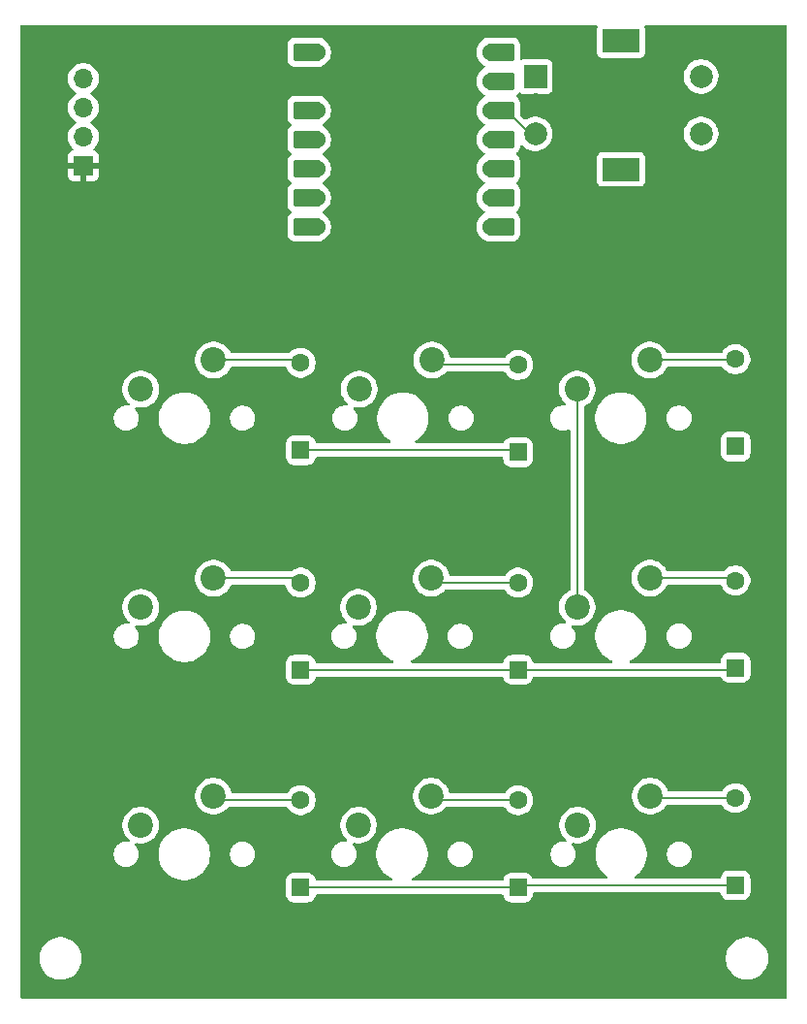
<source format=gbr>
%TF.GenerationSoftware,KiCad,Pcbnew,9.0.7*%
%TF.CreationDate,2026-02-07T02:01:37-05:00*%
%TF.ProjectId,Keypad,4b657970-6164-42e6-9b69-6361645f7063,rev?*%
%TF.SameCoordinates,Original*%
%TF.FileFunction,Copper,L2,Bot*%
%TF.FilePolarity,Positive*%
%FSLAX46Y46*%
G04 Gerber Fmt 4.6, Leading zero omitted, Abs format (unit mm)*
G04 Created by KiCad (PCBNEW 9.0.7) date 2026-02-07 02:01:37*
%MOMM*%
%LPD*%
G01*
G04 APERTURE LIST*
G04 Aperture macros list*
%AMRoundRect*
0 Rectangle with rounded corners*
0 $1 Rounding radius*
0 $2 $3 $4 $5 $6 $7 $8 $9 X,Y pos of 4 corners*
0 Add a 4 corners polygon primitive as box body*
4,1,4,$2,$3,$4,$5,$6,$7,$8,$9,$2,$3,0*
0 Add four circle primitives for the rounded corners*
1,1,$1+$1,$2,$3*
1,1,$1+$1,$4,$5*
1,1,$1+$1,$6,$7*
1,1,$1+$1,$8,$9*
0 Add four rect primitives between the rounded corners*
20,1,$1+$1,$2,$3,$4,$5,0*
20,1,$1+$1,$4,$5,$6,$7,0*
20,1,$1+$1,$6,$7,$8,$9,0*
20,1,$1+$1,$8,$9,$2,$3,0*%
G04 Aperture macros list end*
%TA.AperFunction,SMDPad,CuDef*%
%ADD10RoundRect,0.152400X1.063600X0.609600X-1.063600X0.609600X-1.063600X-0.609600X1.063600X-0.609600X0*%
%TD*%
%TA.AperFunction,ComponentPad*%
%ADD11C,1.524000*%
%TD*%
%TA.AperFunction,SMDPad,CuDef*%
%ADD12RoundRect,0.152400X-1.063600X-0.609600X1.063600X-0.609600X1.063600X0.609600X-1.063600X0.609600X0*%
%TD*%
%TA.AperFunction,ComponentPad*%
%ADD13R,2.000000X2.000000*%
%TD*%
%TA.AperFunction,ComponentPad*%
%ADD14C,2.000000*%
%TD*%
%TA.AperFunction,ComponentPad*%
%ADD15R,3.200000X2.000000*%
%TD*%
%TA.AperFunction,ComponentPad*%
%ADD16O,1.700000X1.700000*%
%TD*%
%TA.AperFunction,ComponentPad*%
%ADD17R,1.700000X1.700000*%
%TD*%
%TA.AperFunction,ComponentPad*%
%ADD18C,2.200000*%
%TD*%
%TA.AperFunction,ComponentPad*%
%ADD19RoundRect,0.250000X0.550000X-0.550000X0.550000X0.550000X-0.550000X0.550000X-0.550000X-0.550000X0*%
%TD*%
%TA.AperFunction,ComponentPad*%
%ADD20C,1.600000*%
%TD*%
%TA.AperFunction,ViaPad*%
%ADD21C,1.000000*%
%TD*%
%TA.AperFunction,Conductor*%
%ADD22C,0.200000*%
%TD*%
G04 APERTURE END LIST*
D10*
%TO.P,U1,14,VBUS*%
%TO.N,+5V*%
X137545000Y-50880000D03*
D11*
X138380000Y-50880000D03*
D10*
%TO.P,U1,13,GND*%
%TO.N,GND*%
X137545000Y-53420000D03*
D11*
X138380000Y-53420000D03*
D10*
%TO.P,U1,12,3V3*%
%TO.N,3V3*%
X137545000Y-55960000D03*
D11*
X138380000Y-55960000D03*
D10*
%TO.P,U1,11,GPIO3/MOSI*%
%TO.N,Net-(U1-GPIO3{slash}MOSI)*%
X137545000Y-58500000D03*
D11*
X138380000Y-58500000D03*
D10*
%TO.P,U1,10,GPIO4/MISO*%
%TO.N,Net-(U1-GPIO4{slash}MISO)*%
X137545000Y-61040000D03*
D11*
X138380000Y-61040000D03*
D10*
%TO.P,U1,9,GPIO2/SCK*%
%TO.N,Net-(U1-GPIO2{slash}SCK)*%
X137545000Y-63580000D03*
D11*
X138380000Y-63580000D03*
D10*
%TO.P,U1,8,GPIO1/RX*%
%TO.N,Net-(LED1-DIN)*%
X137545000Y-66120000D03*
D11*
X138380000Y-66120000D03*
%TO.P,U1,7,GPIO0/TX*%
%TO.N,Net-(D1-K)*%
X153620000Y-66120000D03*
D12*
X154455000Y-66120000D03*
D11*
%TO.P,U1,6,GPIO7/SCL*%
%TO.N,Net-(O1-Pin_3)*%
X153620000Y-63580000D03*
D12*
X154455000Y-63580000D03*
D11*
%TO.P,U1,5,GPIO6/SDA*%
%TO.N,Net-(O1-Pin_4)*%
X153620000Y-61040000D03*
D12*
X154455000Y-61040000D03*
D11*
%TO.P,U1,4,GPIO29/ADC3/A3*%
%TO.N,Net-(U1-GPIO29{slash}ADC3{slash}A3)*%
X153620000Y-58500000D03*
D12*
X154455000Y-58500000D03*
D11*
%TO.P,U1,3,GPIO28/ADC2/A2*%
%TO.N,Net-(U1-GPIO28{slash}ADC2{slash}A2)*%
X153620000Y-55960000D03*
D12*
X154455000Y-55960000D03*
D11*
%TO.P,U1,2,GPIO27/ADC1/A1*%
%TO.N,Net-(D2-K)*%
X153620000Y-53420000D03*
D12*
X154455000Y-53420000D03*
D11*
%TO.P,U1,1,GPIO26/ADC0/A0*%
%TO.N,Net-(D3-K)*%
X153620000Y-50880000D03*
D12*
X154455000Y-50880000D03*
%TD*%
D13*
%TO.P,SW0,A,A*%
%TO.N,Net-(U1-GPIO29{slash}ADC3{slash}A3)*%
X157500000Y-53000000D03*
D14*
%TO.P,SW0,B,B*%
%TO.N,Net-(U1-GPIO28{slash}ADC2{slash}A2)*%
X157500000Y-58000000D03*
%TO.P,SW0,C,C*%
%TO.N,GND*%
X157500000Y-55500000D03*
D15*
%TO.P,SW0,MP*%
%TO.N,N/C*%
X165000000Y-49900000D03*
X165000000Y-61100000D03*
D14*
%TO.P,SW0,S1,S1*%
%TO.N,unconnected-(SW0-PadS1)*%
X172000000Y-58000000D03*
%TO.P,SW0,S2,S2*%
%TO.N,unconnected-(SW0-PadS2)*%
X172000000Y-53000000D03*
%TD*%
D16*
%TO.P,O1,4,Pin_4*%
%TO.N,Net-(O1-Pin_4)*%
X118000000Y-53190000D03*
%TO.P,O1,3,Pin_3*%
%TO.N,Net-(O1-Pin_3)*%
X118000000Y-55730000D03*
%TO.P,O1,2,Pin_2*%
%TO.N,3V3*%
X118000000Y-58270000D03*
D17*
%TO.P,O1,1,Pin_1*%
%TO.N,GND*%
X118000000Y-60810000D03*
%TD*%
D18*
%TO.P,SW5,1,1*%
%TO.N,Net-(D5-A)*%
X148400000Y-96800000D03*
%TO.P,SW5,2,2*%
%TO.N,Net-(U1-GPIO2{slash}SCK)*%
X142050000Y-99340000D03*
%TD*%
%TO.P,SW4,1,1*%
%TO.N,Net-(D4-A)*%
X148470000Y-77760000D03*
%TO.P,SW4,2,2*%
%TO.N,Net-(U1-GPIO2{slash}SCK)*%
X142120000Y-80300000D03*
%TD*%
%TO.P,SW3,1,1*%
%TO.N,Net-(D3-A)*%
X129370000Y-115830000D03*
%TO.P,SW3,2,2*%
%TO.N,Net-(U1-GPIO3{slash}MOSI)*%
X123020000Y-118370000D03*
%TD*%
D19*
%TO.P,D3,1,K*%
%TO.N,Net-(D3-K)*%
X137000000Y-123810000D03*
D20*
%TO.P,D3,2,A*%
%TO.N,Net-(D3-A)*%
X137000000Y-116190000D03*
%TD*%
D18*
%TO.P,SW1,1,1*%
%TO.N,Net-(D1-A)*%
X129380000Y-77760000D03*
%TO.P,SW1,2,2*%
%TO.N,Net-(U1-GPIO3{slash}MOSI)*%
X123030000Y-80300000D03*
%TD*%
D19*
%TO.P,D9,1,K*%
%TO.N,Net-(D3-K)*%
X175000000Y-123620000D03*
D20*
%TO.P,D9,2,A*%
%TO.N,Net-(D9-A)*%
X175000000Y-116000000D03*
%TD*%
D19*
%TO.P,D1,1,K*%
%TO.N,Net-(D1-K)*%
X137000000Y-85620000D03*
D20*
%TO.P,D1,2,A*%
%TO.N,Net-(D1-A)*%
X137000000Y-78000000D03*
%TD*%
D19*
%TO.P,D5,1,K*%
%TO.N,Net-(D2-K)*%
X156000000Y-104810000D03*
D20*
%TO.P,D5,2,A*%
%TO.N,Net-(D5-A)*%
X156000000Y-97190000D03*
%TD*%
D19*
%TO.P,D8,1,K*%
%TO.N,Net-(D2-K)*%
X175000000Y-104620000D03*
D20*
%TO.P,D8,2,A*%
%TO.N,Net-(D8-A)*%
X175000000Y-97000000D03*
%TD*%
D18*
%TO.P,SW9,1,1*%
%TO.N,Net-(D9-A)*%
X167550000Y-115830000D03*
%TO.P,SW9,2,2*%
%TO.N,Net-(U1-GPIO4{slash}MISO)*%
X161200000Y-118370000D03*
%TD*%
%TO.P,SW8,1,1*%
%TO.N,Net-(D8-A)*%
X167520000Y-96790000D03*
%TO.P,SW8,2,2*%
%TO.N,Net-(U1-GPIO4{slash}MISO)*%
X161170000Y-99330000D03*
%TD*%
D19*
%TO.P,D2,1,K*%
%TO.N,Net-(D2-K)*%
X137000000Y-104810000D03*
D20*
%TO.P,D2,2,A*%
%TO.N,Net-(D2-A)*%
X137000000Y-97190000D03*
%TD*%
D19*
%TO.P,D7,1,K*%
%TO.N,Net-(D1-K)*%
X175000000Y-85300000D03*
D20*
%TO.P,D7,2,A*%
%TO.N,Net-(D7-A)*%
X175000000Y-77680000D03*
%TD*%
D19*
%TO.P,D4,1,K*%
%TO.N,Net-(D1-K)*%
X156000000Y-85810000D03*
D20*
%TO.P,D4,2,A*%
%TO.N,Net-(D4-A)*%
X156000000Y-78190000D03*
%TD*%
D18*
%TO.P,SW7,1,1*%
%TO.N,Net-(D7-A)*%
X167520000Y-77750000D03*
%TO.P,SW7,2,2*%
%TO.N,Net-(U1-GPIO4{slash}MISO)*%
X161170000Y-80290000D03*
%TD*%
D19*
%TO.P,D6,1,K*%
%TO.N,Net-(D3-K)*%
X156000000Y-123810000D03*
D20*
%TO.P,D6,2,A*%
%TO.N,Net-(D6-A)*%
X156000000Y-116190000D03*
%TD*%
D18*
%TO.P,SW6,1,1*%
%TO.N,Net-(D6-A)*%
X148400000Y-115830000D03*
%TO.P,SW6,2,2*%
%TO.N,Net-(U1-GPIO2{slash}SCK)*%
X142050000Y-118370000D03*
%TD*%
%TO.P,SW2,1,1*%
%TO.N,Net-(D2-A)*%
X129380000Y-96810000D03*
%TO.P,SW2,2,2*%
%TO.N,Net-(U1-GPIO3{slash}MOSI)*%
X123030000Y-99350000D03*
%TD*%
D21*
%TO.N,GND*%
X131000000Y-129000000D03*
X131000000Y-110000000D03*
X169000000Y-110000000D03*
X144000000Y-94000000D03*
X169000000Y-91000000D03*
X144000000Y-114000000D03*
X132000000Y-91000000D03*
X142000000Y-130000000D03*
X169000000Y-129000000D03*
%TD*%
D22*
%TO.N,Net-(U1-GPIO28{slash}ADC2{slash}A2)*%
X154960000Y-55960000D02*
X153620000Y-55960000D01*
X157000000Y-58000000D02*
X154960000Y-55960000D01*
X157500000Y-58000000D02*
X157000000Y-58000000D01*
%TO.N,Net-(D1-K)*%
X137000000Y-85620000D02*
X155810000Y-85620000D01*
X155810000Y-85620000D02*
X156000000Y-85810000D01*
%TO.N,Net-(D1-A)*%
X129380000Y-77760000D02*
X136760000Y-77760000D01*
X136760000Y-77760000D02*
X137000000Y-78000000D01*
%TO.N,Net-(D2-A)*%
X129380000Y-96810000D02*
X136620000Y-96810000D01*
X136620000Y-96810000D02*
X137000000Y-97190000D01*
%TO.N,Net-(D3-A)*%
X129730000Y-116190000D02*
X129370000Y-115830000D01*
X137000000Y-116190000D02*
X129730000Y-116190000D01*
%TO.N,Net-(D5-A)*%
X156000000Y-97190000D02*
X148790000Y-97190000D01*
X148790000Y-97190000D02*
X148400000Y-96800000D01*
%TO.N,Net-(D6-A)*%
X148760000Y-116190000D02*
X148400000Y-115830000D01*
X156000000Y-116190000D02*
X148760000Y-116190000D01*
%TO.N,Net-(D7-A)*%
X174930000Y-77750000D02*
X175000000Y-77680000D01*
X167520000Y-77750000D02*
X174930000Y-77750000D01*
%TO.N,Net-(D9-A)*%
X175000000Y-116000000D02*
X167720000Y-116000000D01*
X167720000Y-116000000D02*
X167550000Y-115830000D01*
%TO.N,Net-(D2-K)*%
X137000000Y-104810000D02*
X156000000Y-104810000D01*
X156000000Y-104810000D02*
X174810000Y-104810000D01*
X174810000Y-104810000D02*
X175000000Y-104620000D01*
%TO.N,Net-(D4-A)*%
X148900000Y-78190000D02*
X148470000Y-77760000D01*
X156000000Y-78190000D02*
X148900000Y-78190000D01*
%TO.N,Net-(D8-A)*%
X174790000Y-96790000D02*
X175000000Y-97000000D01*
X167520000Y-96790000D02*
X174790000Y-96790000D01*
%TO.N,Net-(D3-K)*%
X156190000Y-123810000D02*
X156380000Y-123620000D01*
X137000000Y-123810000D02*
X156000000Y-123810000D01*
X156380000Y-123620000D02*
X175000000Y-123620000D01*
X156000000Y-123810000D02*
X156190000Y-123810000D01*
%TO.N,Net-(U1-GPIO4{slash}MISO)*%
X161170000Y-80290000D02*
X161170000Y-99330000D01*
%TD*%
%TA.AperFunction,Conductor*%
%TO.N,GND*%
G36*
X162903270Y-48520185D02*
G01*
X162949025Y-48572989D01*
X162958969Y-48642147D01*
X162952413Y-48667833D01*
X162905908Y-48792517D01*
X162899501Y-48852116D01*
X162899501Y-48852123D01*
X162899500Y-48852135D01*
X162899500Y-50947870D01*
X162899501Y-50947876D01*
X162905908Y-51007483D01*
X162956202Y-51142328D01*
X162956206Y-51142335D01*
X163042452Y-51257544D01*
X163042455Y-51257547D01*
X163157664Y-51343793D01*
X163157671Y-51343797D01*
X163292517Y-51394091D01*
X163292516Y-51394091D01*
X163299444Y-51394835D01*
X163352127Y-51400500D01*
X166647872Y-51400499D01*
X166707483Y-51394091D01*
X166842331Y-51343796D01*
X166957546Y-51257546D01*
X167043796Y-51142331D01*
X167094091Y-51007483D01*
X167100500Y-50947873D01*
X167100499Y-48852128D01*
X167094091Y-48792517D01*
X167047587Y-48667833D01*
X167042603Y-48598141D01*
X167076088Y-48536818D01*
X167137411Y-48503334D01*
X167163769Y-48500500D01*
X179375500Y-48500500D01*
X179442539Y-48520185D01*
X179488294Y-48572989D01*
X179499500Y-48624500D01*
X179499500Y-133375500D01*
X179479815Y-133442539D01*
X179427011Y-133488294D01*
X179375500Y-133499500D01*
X112624500Y-133499500D01*
X112557461Y-133479815D01*
X112511706Y-133427011D01*
X112500500Y-133375500D01*
X112500500Y-129878711D01*
X114149500Y-129878711D01*
X114149500Y-130121288D01*
X114181161Y-130361785D01*
X114243947Y-130596104D01*
X114336773Y-130820205D01*
X114336776Y-130820212D01*
X114458064Y-131030289D01*
X114458066Y-131030292D01*
X114458067Y-131030293D01*
X114605733Y-131222736D01*
X114605739Y-131222743D01*
X114777256Y-131394260D01*
X114777262Y-131394265D01*
X114969711Y-131541936D01*
X115179788Y-131663224D01*
X115403900Y-131756054D01*
X115638211Y-131818838D01*
X115818586Y-131842584D01*
X115878711Y-131850500D01*
X115878712Y-131850500D01*
X116121289Y-131850500D01*
X116169388Y-131844167D01*
X116361789Y-131818838D01*
X116596100Y-131756054D01*
X116820212Y-131663224D01*
X117030289Y-131541936D01*
X117222738Y-131394265D01*
X117394265Y-131222738D01*
X117541936Y-131030289D01*
X117663224Y-130820212D01*
X117756054Y-130596100D01*
X117818838Y-130361789D01*
X117850500Y-130121288D01*
X117850500Y-129878712D01*
X117850500Y-129878711D01*
X174149500Y-129878711D01*
X174149500Y-130121288D01*
X174181161Y-130361785D01*
X174243947Y-130596104D01*
X174336773Y-130820205D01*
X174336776Y-130820212D01*
X174458064Y-131030289D01*
X174458066Y-131030292D01*
X174458067Y-131030293D01*
X174605733Y-131222736D01*
X174605739Y-131222743D01*
X174777256Y-131394260D01*
X174777262Y-131394265D01*
X174969711Y-131541936D01*
X175179788Y-131663224D01*
X175403900Y-131756054D01*
X175638211Y-131818838D01*
X175818586Y-131842584D01*
X175878711Y-131850500D01*
X175878712Y-131850500D01*
X176121289Y-131850500D01*
X176169388Y-131844167D01*
X176361789Y-131818838D01*
X176596100Y-131756054D01*
X176820212Y-131663224D01*
X177030289Y-131541936D01*
X177222738Y-131394265D01*
X177394265Y-131222738D01*
X177541936Y-131030289D01*
X177663224Y-130820212D01*
X177756054Y-130596100D01*
X177818838Y-130361789D01*
X177850500Y-130121288D01*
X177850500Y-129878712D01*
X177818838Y-129638211D01*
X177756054Y-129403900D01*
X177663224Y-129179788D01*
X177541936Y-128969711D01*
X177394265Y-128777262D01*
X177394260Y-128777256D01*
X177222743Y-128605739D01*
X177222736Y-128605733D01*
X177030293Y-128458067D01*
X177030292Y-128458066D01*
X177030289Y-128458064D01*
X176820212Y-128336776D01*
X176820205Y-128336773D01*
X176596104Y-128243947D01*
X176361785Y-128181161D01*
X176121289Y-128149500D01*
X176121288Y-128149500D01*
X175878712Y-128149500D01*
X175878711Y-128149500D01*
X175638214Y-128181161D01*
X175403895Y-128243947D01*
X175179794Y-128336773D01*
X175179785Y-128336777D01*
X174969706Y-128458067D01*
X174777263Y-128605733D01*
X174777256Y-128605739D01*
X174605739Y-128777256D01*
X174605733Y-128777263D01*
X174458067Y-128969706D01*
X174336777Y-129179785D01*
X174336773Y-129179794D01*
X174243947Y-129403895D01*
X174181161Y-129638214D01*
X174149500Y-129878711D01*
X117850500Y-129878711D01*
X117818838Y-129638211D01*
X117756054Y-129403900D01*
X117663224Y-129179788D01*
X117541936Y-128969711D01*
X117394265Y-128777262D01*
X117394260Y-128777256D01*
X117222743Y-128605739D01*
X117222736Y-128605733D01*
X117030293Y-128458067D01*
X117030292Y-128458066D01*
X117030289Y-128458064D01*
X116820212Y-128336776D01*
X116820205Y-128336773D01*
X116596104Y-128243947D01*
X116361785Y-128181161D01*
X116121289Y-128149500D01*
X116121288Y-128149500D01*
X115878712Y-128149500D01*
X115878711Y-128149500D01*
X115638214Y-128181161D01*
X115403895Y-128243947D01*
X115179794Y-128336773D01*
X115179785Y-128336777D01*
X114969706Y-128458067D01*
X114777263Y-128605733D01*
X114777256Y-128605739D01*
X114605739Y-128777256D01*
X114605733Y-128777263D01*
X114458067Y-128969706D01*
X114336777Y-129179785D01*
X114336773Y-129179794D01*
X114243947Y-129403895D01*
X114181161Y-129638214D01*
X114149500Y-129878711D01*
X112500500Y-129878711D01*
X112500500Y-123209983D01*
X135699500Y-123209983D01*
X135699500Y-124410001D01*
X135699501Y-124410018D01*
X135710000Y-124512796D01*
X135710001Y-124512799D01*
X135751707Y-124638657D01*
X135765186Y-124679334D01*
X135857288Y-124828656D01*
X135981344Y-124952712D01*
X136130666Y-125044814D01*
X136297203Y-125099999D01*
X136399991Y-125110500D01*
X137600008Y-125110499D01*
X137702797Y-125099999D01*
X137869334Y-125044814D01*
X138018656Y-124952712D01*
X138142712Y-124828656D01*
X138234814Y-124679334D01*
X138289999Y-124512797D01*
X138290000Y-124512792D01*
X138290912Y-124508533D01*
X138324199Y-124447102D01*
X138385414Y-124413419D01*
X138412163Y-124410500D01*
X154587837Y-124410500D01*
X154654876Y-124430185D01*
X154700631Y-124482989D01*
X154709089Y-124508541D01*
X154709999Y-124512792D01*
X154751707Y-124638656D01*
X154765186Y-124679334D01*
X154857288Y-124828656D01*
X154981344Y-124952712D01*
X155130666Y-125044814D01*
X155297203Y-125099999D01*
X155399991Y-125110500D01*
X156600008Y-125110499D01*
X156702797Y-125099999D01*
X156869334Y-125044814D01*
X157018656Y-124952712D01*
X157142712Y-124828656D01*
X157234814Y-124679334D01*
X157289999Y-124512797D01*
X157300500Y-124410009D01*
X157300500Y-124344500D01*
X157320185Y-124277461D01*
X157372989Y-124231706D01*
X157424500Y-124220500D01*
X173587837Y-124220500D01*
X173654876Y-124240185D01*
X173700631Y-124292989D01*
X173709089Y-124318541D01*
X173709999Y-124322792D01*
X173738903Y-124410018D01*
X173765186Y-124489334D01*
X173857288Y-124638656D01*
X173981344Y-124762712D01*
X174130666Y-124854814D01*
X174297203Y-124909999D01*
X174399991Y-124920500D01*
X175600008Y-124920499D01*
X175702797Y-124909999D01*
X175869334Y-124854814D01*
X176018656Y-124762712D01*
X176142712Y-124638656D01*
X176234814Y-124489334D01*
X176289999Y-124322797D01*
X176300500Y-124220009D01*
X176300499Y-123019992D01*
X176289999Y-122917203D01*
X176234814Y-122750666D01*
X176142712Y-122601344D01*
X176018656Y-122477288D01*
X175869334Y-122385186D01*
X175702797Y-122330001D01*
X175702795Y-122330000D01*
X175600010Y-122319500D01*
X174399998Y-122319500D01*
X174399981Y-122319501D01*
X174297203Y-122330000D01*
X174297200Y-122330001D01*
X174130668Y-122385185D01*
X174130663Y-122385187D01*
X173981342Y-122477289D01*
X173857289Y-122601342D01*
X173765187Y-122750663D01*
X173765185Y-122750668D01*
X173710000Y-122917204D01*
X173709088Y-122921467D01*
X173675801Y-122982898D01*
X173614586Y-123016581D01*
X173587837Y-123019500D01*
X166320015Y-123019500D01*
X166252976Y-122999815D01*
X166207221Y-122947011D01*
X166197277Y-122877853D01*
X166226302Y-122814297D01*
X166258015Y-122788113D01*
X166259998Y-122786967D01*
X166262994Y-122785238D01*
X166497042Y-122605646D01*
X166705646Y-122397042D01*
X166885238Y-122162994D01*
X167032743Y-121907507D01*
X167145639Y-121634952D01*
X167221993Y-121349993D01*
X167260500Y-121057506D01*
X167260500Y-120823389D01*
X168989500Y-120823389D01*
X168989500Y-120996611D01*
X169016598Y-121167701D01*
X169070127Y-121332445D01*
X169148768Y-121486788D01*
X169250586Y-121626928D01*
X169373072Y-121749414D01*
X169513212Y-121851232D01*
X169667555Y-121929873D01*
X169832299Y-121983402D01*
X170003389Y-122010500D01*
X170003390Y-122010500D01*
X170176610Y-122010500D01*
X170176611Y-122010500D01*
X170347701Y-121983402D01*
X170512445Y-121929873D01*
X170666788Y-121851232D01*
X170806928Y-121749414D01*
X170929414Y-121626928D01*
X171031232Y-121486788D01*
X171109873Y-121332445D01*
X171163402Y-121167701D01*
X171190500Y-120996611D01*
X171190500Y-120823389D01*
X171163402Y-120652299D01*
X171109873Y-120487555D01*
X171031232Y-120333212D01*
X170929414Y-120193072D01*
X170806928Y-120070586D01*
X170666788Y-119968768D01*
X170512445Y-119890127D01*
X170347701Y-119836598D01*
X170347699Y-119836597D01*
X170347698Y-119836597D01*
X170216271Y-119815781D01*
X170176611Y-119809500D01*
X170003389Y-119809500D01*
X169963728Y-119815781D01*
X169832302Y-119836597D01*
X169667552Y-119890128D01*
X169513211Y-119968768D01*
X169456289Y-120010125D01*
X169373072Y-120070586D01*
X169373070Y-120070588D01*
X169373069Y-120070588D01*
X169250588Y-120193069D01*
X169250588Y-120193070D01*
X169250586Y-120193072D01*
X169206859Y-120253256D01*
X169148768Y-120333211D01*
X169070128Y-120487552D01*
X169016597Y-120652302D01*
X168989500Y-120823389D01*
X167260500Y-120823389D01*
X167260500Y-120762494D01*
X167221993Y-120470007D01*
X167145639Y-120185048D01*
X167032743Y-119912493D01*
X166977309Y-119816479D01*
X166885238Y-119657006D01*
X166705647Y-119422959D01*
X166705641Y-119422952D01*
X166497047Y-119214358D01*
X166497040Y-119214352D01*
X166262993Y-119034761D01*
X166007510Y-118887258D01*
X166007500Y-118887254D01*
X165734961Y-118774364D01*
X165734954Y-118774362D01*
X165734952Y-118774361D01*
X165449993Y-118698007D01*
X165401113Y-118691571D01*
X165157513Y-118659500D01*
X165157506Y-118659500D01*
X164862494Y-118659500D01*
X164862486Y-118659500D01*
X164584085Y-118696153D01*
X164570007Y-118698007D01*
X164395428Y-118744785D01*
X164285048Y-118774361D01*
X164285038Y-118774364D01*
X164012499Y-118887254D01*
X164012489Y-118887258D01*
X163757006Y-119034761D01*
X163522959Y-119214352D01*
X163522952Y-119214358D01*
X163314358Y-119422952D01*
X163314352Y-119422959D01*
X163134761Y-119657006D01*
X162987258Y-119912489D01*
X162987254Y-119912499D01*
X162874364Y-120185038D01*
X162874361Y-120185048D01*
X162798008Y-120470004D01*
X162798006Y-120470015D01*
X162759500Y-120762486D01*
X162759500Y-121057513D01*
X162791571Y-121301113D01*
X162798007Y-121349993D01*
X162872212Y-121626930D01*
X162874361Y-121634951D01*
X162874364Y-121634961D01*
X162987254Y-121907500D01*
X162987258Y-121907510D01*
X163134761Y-122162993D01*
X163314352Y-122397040D01*
X163314358Y-122397047D01*
X163522952Y-122605641D01*
X163522959Y-122605647D01*
X163757006Y-122785238D01*
X163761985Y-122788113D01*
X163810201Y-122838680D01*
X163823424Y-122907287D01*
X163797456Y-122972152D01*
X163740542Y-123012680D01*
X163699985Y-123019500D01*
X157350478Y-123019500D01*
X157283439Y-122999815D01*
X157237684Y-122947011D01*
X157237213Y-122945813D01*
X157234815Y-122940670D01*
X157234814Y-122940666D01*
X157142712Y-122791344D01*
X157018656Y-122667288D01*
X156869334Y-122575186D01*
X156702797Y-122520001D01*
X156702795Y-122520000D01*
X156600010Y-122509500D01*
X155399998Y-122509500D01*
X155399981Y-122509501D01*
X155297203Y-122520000D01*
X155297200Y-122520001D01*
X155130668Y-122575185D01*
X155130663Y-122575187D01*
X154981342Y-122667289D01*
X154857289Y-122791342D01*
X154765187Y-122940663D01*
X154765185Y-122940668D01*
X154710000Y-123107204D01*
X154709088Y-123111467D01*
X154675801Y-123172898D01*
X154614586Y-123206581D01*
X154587837Y-123209500D01*
X146812747Y-123209500D01*
X146745708Y-123189815D01*
X146699953Y-123137011D01*
X146690009Y-123067853D01*
X146719034Y-123004297D01*
X146765294Y-122970939D01*
X146775919Y-122966537D01*
X146857507Y-122932743D01*
X147112994Y-122785238D01*
X147347042Y-122605646D01*
X147555646Y-122397042D01*
X147735238Y-122162994D01*
X147882743Y-121907507D01*
X147995639Y-121634952D01*
X148071993Y-121349993D01*
X148110500Y-121057506D01*
X148110500Y-120823389D01*
X149839500Y-120823389D01*
X149839500Y-120996611D01*
X149866598Y-121167701D01*
X149920127Y-121332445D01*
X149998768Y-121486788D01*
X150100586Y-121626928D01*
X150223072Y-121749414D01*
X150363212Y-121851232D01*
X150517555Y-121929873D01*
X150682299Y-121983402D01*
X150853389Y-122010500D01*
X150853390Y-122010500D01*
X151026610Y-122010500D01*
X151026611Y-122010500D01*
X151197701Y-121983402D01*
X151362445Y-121929873D01*
X151516788Y-121851232D01*
X151656928Y-121749414D01*
X151779414Y-121626928D01*
X151881232Y-121486788D01*
X151959873Y-121332445D01*
X152013402Y-121167701D01*
X152040500Y-120996611D01*
X152040500Y-120823389D01*
X158829500Y-120823389D01*
X158829500Y-120996611D01*
X158856598Y-121167701D01*
X158910127Y-121332445D01*
X158988768Y-121486788D01*
X159090586Y-121626928D01*
X159213072Y-121749414D01*
X159353212Y-121851232D01*
X159507555Y-121929873D01*
X159672299Y-121983402D01*
X159843389Y-122010500D01*
X159843390Y-122010500D01*
X160016610Y-122010500D01*
X160016611Y-122010500D01*
X160187701Y-121983402D01*
X160352445Y-121929873D01*
X160506788Y-121851232D01*
X160646928Y-121749414D01*
X160769414Y-121626928D01*
X160871232Y-121486788D01*
X160949873Y-121332445D01*
X161003402Y-121167701D01*
X161030500Y-120996611D01*
X161030500Y-120823389D01*
X161003402Y-120652299D01*
X160949873Y-120487555D01*
X160871232Y-120333212D01*
X160769414Y-120193072D01*
X160717482Y-120141140D01*
X160683997Y-120079817D01*
X160688981Y-120010125D01*
X160730853Y-119954192D01*
X160796317Y-119929775D01*
X160824561Y-119930986D01*
X160825212Y-119931089D01*
X160825215Y-119931090D01*
X161074038Y-119970500D01*
X161074039Y-119970500D01*
X161325961Y-119970500D01*
X161325962Y-119970500D01*
X161574785Y-119931090D01*
X161814379Y-119853241D01*
X162038845Y-119738870D01*
X162242656Y-119590793D01*
X162420793Y-119412656D01*
X162568870Y-119208845D01*
X162683241Y-118984379D01*
X162761090Y-118744785D01*
X162800500Y-118495962D01*
X162800500Y-118244038D01*
X162761090Y-117995215D01*
X162683241Y-117755621D01*
X162683239Y-117755618D01*
X162683239Y-117755616D01*
X162641747Y-117674184D01*
X162568870Y-117531155D01*
X162549952Y-117505117D01*
X162420798Y-117327350D01*
X162420794Y-117327345D01*
X162242654Y-117149205D01*
X162242649Y-117149201D01*
X162038848Y-117001132D01*
X162038847Y-117001131D01*
X162038845Y-117001130D01*
X161968747Y-116965413D01*
X161814383Y-116886760D01*
X161574785Y-116808910D01*
X161511894Y-116798949D01*
X161325962Y-116769500D01*
X161074038Y-116769500D01*
X160949626Y-116789205D01*
X160825214Y-116808910D01*
X160585616Y-116886760D01*
X160361151Y-117001132D01*
X160157350Y-117149201D01*
X160157345Y-117149205D01*
X159979205Y-117327345D01*
X159979201Y-117327350D01*
X159831132Y-117531151D01*
X159716760Y-117755616D01*
X159638910Y-117995214D01*
X159599500Y-118244038D01*
X159599500Y-118495961D01*
X159638910Y-118744785D01*
X159716760Y-118984383D01*
X159831132Y-119208848D01*
X159979201Y-119412649D01*
X159979205Y-119412654D01*
X159979207Y-119412656D01*
X160157344Y-119590793D01*
X160157345Y-119590794D01*
X160157344Y-119590794D01*
X160163661Y-119595383D01*
X160206327Y-119650714D01*
X160212305Y-119720327D01*
X160179699Y-119782122D01*
X160118860Y-119816479D01*
X160071378Y-119818174D01*
X160016611Y-119809500D01*
X159843389Y-119809500D01*
X159803728Y-119815781D01*
X159672302Y-119836597D01*
X159507552Y-119890128D01*
X159353211Y-119968768D01*
X159296289Y-120010125D01*
X159213072Y-120070586D01*
X159213070Y-120070588D01*
X159213069Y-120070588D01*
X159090588Y-120193069D01*
X159090588Y-120193070D01*
X159090586Y-120193072D01*
X159046859Y-120253256D01*
X158988768Y-120333211D01*
X158910128Y-120487552D01*
X158856597Y-120652302D01*
X158829500Y-120823389D01*
X152040500Y-120823389D01*
X152013402Y-120652299D01*
X151959873Y-120487555D01*
X151881232Y-120333212D01*
X151779414Y-120193072D01*
X151656928Y-120070586D01*
X151516788Y-119968768D01*
X151362445Y-119890127D01*
X151197701Y-119836598D01*
X151197699Y-119836597D01*
X151197698Y-119836597D01*
X151066271Y-119815781D01*
X151026611Y-119809500D01*
X150853389Y-119809500D01*
X150813728Y-119815781D01*
X150682302Y-119836597D01*
X150517552Y-119890128D01*
X150363211Y-119968768D01*
X150306289Y-120010125D01*
X150223072Y-120070586D01*
X150223070Y-120070588D01*
X150223069Y-120070588D01*
X150100588Y-120193069D01*
X150100588Y-120193070D01*
X150100586Y-120193072D01*
X150056859Y-120253256D01*
X149998768Y-120333211D01*
X149920128Y-120487552D01*
X149866597Y-120652302D01*
X149839500Y-120823389D01*
X148110500Y-120823389D01*
X148110500Y-120762494D01*
X148071993Y-120470007D01*
X147995639Y-120185048D01*
X147882743Y-119912493D01*
X147827309Y-119816479D01*
X147735238Y-119657006D01*
X147555647Y-119422959D01*
X147555641Y-119422952D01*
X147347047Y-119214358D01*
X147347040Y-119214352D01*
X147112993Y-119034761D01*
X146857510Y-118887258D01*
X146857500Y-118887254D01*
X146584961Y-118774364D01*
X146584954Y-118774362D01*
X146584952Y-118774361D01*
X146299993Y-118698007D01*
X146251113Y-118691571D01*
X146007513Y-118659500D01*
X146007506Y-118659500D01*
X145712494Y-118659500D01*
X145712486Y-118659500D01*
X145434085Y-118696153D01*
X145420007Y-118698007D01*
X145245428Y-118744785D01*
X145135048Y-118774361D01*
X145135038Y-118774364D01*
X144862499Y-118887254D01*
X144862489Y-118887258D01*
X144607006Y-119034761D01*
X144372959Y-119214352D01*
X144372952Y-119214358D01*
X144164358Y-119422952D01*
X144164352Y-119422959D01*
X143984761Y-119657006D01*
X143837258Y-119912489D01*
X143837254Y-119912499D01*
X143724364Y-120185038D01*
X143724361Y-120185048D01*
X143648008Y-120470004D01*
X143648006Y-120470015D01*
X143609500Y-120762486D01*
X143609500Y-121057513D01*
X143641571Y-121301113D01*
X143648007Y-121349993D01*
X143722212Y-121626930D01*
X143724361Y-121634951D01*
X143724364Y-121634961D01*
X143837254Y-121907500D01*
X143837258Y-121907510D01*
X143984761Y-122162993D01*
X144164352Y-122397040D01*
X144164358Y-122397047D01*
X144372952Y-122605641D01*
X144372959Y-122605647D01*
X144607006Y-122785238D01*
X144862489Y-122932741D01*
X144862490Y-122932741D01*
X144862493Y-122932743D01*
X144936774Y-122963511D01*
X144954706Y-122970939D01*
X145009109Y-123014780D01*
X145031174Y-123081074D01*
X145013895Y-123148773D01*
X144962758Y-123196384D01*
X144907253Y-123209500D01*
X138412163Y-123209500D01*
X138345124Y-123189815D01*
X138299369Y-123137011D01*
X138290911Y-123111459D01*
X138290000Y-123107207D01*
X138283324Y-123087059D01*
X138234814Y-122940666D01*
X138142712Y-122791344D01*
X138018656Y-122667288D01*
X137869334Y-122575186D01*
X137702797Y-122520001D01*
X137702795Y-122520000D01*
X137600010Y-122509500D01*
X136399998Y-122509500D01*
X136399981Y-122509501D01*
X136297203Y-122520000D01*
X136297200Y-122520001D01*
X136130668Y-122575185D01*
X136130663Y-122575187D01*
X135981342Y-122667289D01*
X135857289Y-122791342D01*
X135765187Y-122940663D01*
X135765185Y-122940668D01*
X135751192Y-122982898D01*
X135710001Y-123107203D01*
X135710001Y-123107204D01*
X135710000Y-123107204D01*
X135699500Y-123209983D01*
X112500500Y-123209983D01*
X112500500Y-120823389D01*
X120649500Y-120823389D01*
X120649500Y-120996611D01*
X120676598Y-121167701D01*
X120730127Y-121332445D01*
X120808768Y-121486788D01*
X120910586Y-121626928D01*
X121033072Y-121749414D01*
X121173212Y-121851232D01*
X121327555Y-121929873D01*
X121492299Y-121983402D01*
X121663389Y-122010500D01*
X121663390Y-122010500D01*
X121836610Y-122010500D01*
X121836611Y-122010500D01*
X122007701Y-121983402D01*
X122172445Y-121929873D01*
X122326788Y-121851232D01*
X122466928Y-121749414D01*
X122589414Y-121626928D01*
X122691232Y-121486788D01*
X122769873Y-121332445D01*
X122823402Y-121167701D01*
X122850500Y-120996611D01*
X122850500Y-120823389D01*
X122840854Y-120762486D01*
X124579500Y-120762486D01*
X124579500Y-121057513D01*
X124611571Y-121301113D01*
X124618007Y-121349993D01*
X124692212Y-121626930D01*
X124694361Y-121634951D01*
X124694364Y-121634961D01*
X124807254Y-121907500D01*
X124807258Y-121907510D01*
X124954761Y-122162993D01*
X125134352Y-122397040D01*
X125134358Y-122397047D01*
X125342952Y-122605641D01*
X125342959Y-122605647D01*
X125577006Y-122785238D01*
X125832489Y-122932741D01*
X125832490Y-122932741D01*
X125832493Y-122932743D01*
X126105048Y-123045639D01*
X126390007Y-123121993D01*
X126682494Y-123160500D01*
X126682501Y-123160500D01*
X126977499Y-123160500D01*
X126977506Y-123160500D01*
X127269993Y-123121993D01*
X127554952Y-123045639D01*
X127827507Y-122932743D01*
X128082994Y-122785238D01*
X128317042Y-122605646D01*
X128525646Y-122397042D01*
X128705238Y-122162994D01*
X128852743Y-121907507D01*
X128965639Y-121634952D01*
X129041993Y-121349993D01*
X129080500Y-121057506D01*
X129080500Y-120823389D01*
X130809500Y-120823389D01*
X130809500Y-120996611D01*
X130836598Y-121167701D01*
X130890127Y-121332445D01*
X130968768Y-121486788D01*
X131070586Y-121626928D01*
X131193072Y-121749414D01*
X131333212Y-121851232D01*
X131487555Y-121929873D01*
X131652299Y-121983402D01*
X131823389Y-122010500D01*
X131823390Y-122010500D01*
X131996610Y-122010500D01*
X131996611Y-122010500D01*
X132167701Y-121983402D01*
X132332445Y-121929873D01*
X132486788Y-121851232D01*
X132626928Y-121749414D01*
X132749414Y-121626928D01*
X132851232Y-121486788D01*
X132929873Y-121332445D01*
X132983402Y-121167701D01*
X133010500Y-120996611D01*
X133010500Y-120823389D01*
X139679500Y-120823389D01*
X139679500Y-120996611D01*
X139706598Y-121167701D01*
X139760127Y-121332445D01*
X139838768Y-121486788D01*
X139940586Y-121626928D01*
X140063072Y-121749414D01*
X140203212Y-121851232D01*
X140357555Y-121929873D01*
X140522299Y-121983402D01*
X140693389Y-122010500D01*
X140693390Y-122010500D01*
X140866610Y-122010500D01*
X140866611Y-122010500D01*
X141037701Y-121983402D01*
X141202445Y-121929873D01*
X141356788Y-121851232D01*
X141496928Y-121749414D01*
X141619414Y-121626928D01*
X141721232Y-121486788D01*
X141799873Y-121332445D01*
X141853402Y-121167701D01*
X141880500Y-120996611D01*
X141880500Y-120823389D01*
X141853402Y-120652299D01*
X141799873Y-120487555D01*
X141721232Y-120333212D01*
X141619414Y-120193072D01*
X141567482Y-120141140D01*
X141533997Y-120079817D01*
X141538981Y-120010125D01*
X141580853Y-119954192D01*
X141646317Y-119929775D01*
X141674561Y-119930986D01*
X141675212Y-119931089D01*
X141675215Y-119931090D01*
X141924038Y-119970500D01*
X141924039Y-119970500D01*
X142175961Y-119970500D01*
X142175962Y-119970500D01*
X142424785Y-119931090D01*
X142664379Y-119853241D01*
X142888845Y-119738870D01*
X143092656Y-119590793D01*
X143270793Y-119412656D01*
X143418870Y-119208845D01*
X143533241Y-118984379D01*
X143611090Y-118744785D01*
X143650500Y-118495962D01*
X143650500Y-118244038D01*
X143611090Y-117995215D01*
X143533241Y-117755621D01*
X143533239Y-117755618D01*
X143533239Y-117755616D01*
X143491747Y-117674184D01*
X143418870Y-117531155D01*
X143399952Y-117505117D01*
X143270798Y-117327350D01*
X143270794Y-117327345D01*
X143092654Y-117149205D01*
X143092649Y-117149201D01*
X142888848Y-117001132D01*
X142888847Y-117001131D01*
X142888845Y-117001130D01*
X142818747Y-116965413D01*
X142664383Y-116886760D01*
X142424785Y-116808910D01*
X142361894Y-116798949D01*
X142175962Y-116769500D01*
X141924038Y-116769500D01*
X141799626Y-116789205D01*
X141675214Y-116808910D01*
X141435616Y-116886760D01*
X141211151Y-117001132D01*
X141007350Y-117149201D01*
X141007345Y-117149205D01*
X140829205Y-117327345D01*
X140829201Y-117327350D01*
X140681132Y-117531151D01*
X140566760Y-117755616D01*
X140488910Y-117995214D01*
X140449500Y-118244038D01*
X140449500Y-118495961D01*
X140488910Y-118744785D01*
X140566760Y-118984383D01*
X140681132Y-119208848D01*
X140829201Y-119412649D01*
X140829205Y-119412654D01*
X140829207Y-119412656D01*
X141007344Y-119590793D01*
X141007345Y-119590794D01*
X141007344Y-119590794D01*
X141013661Y-119595383D01*
X141056327Y-119650714D01*
X141062305Y-119720327D01*
X141029699Y-119782122D01*
X140968860Y-119816479D01*
X140921378Y-119818174D01*
X140866611Y-119809500D01*
X140693389Y-119809500D01*
X140653728Y-119815781D01*
X140522302Y-119836597D01*
X140357552Y-119890128D01*
X140203211Y-119968768D01*
X140146289Y-120010125D01*
X140063072Y-120070586D01*
X140063070Y-120070588D01*
X140063069Y-120070588D01*
X139940588Y-120193069D01*
X139940588Y-120193070D01*
X139940586Y-120193072D01*
X139896859Y-120253256D01*
X139838768Y-120333211D01*
X139760128Y-120487552D01*
X139706597Y-120652302D01*
X139679500Y-120823389D01*
X133010500Y-120823389D01*
X132983402Y-120652299D01*
X132929873Y-120487555D01*
X132851232Y-120333212D01*
X132749414Y-120193072D01*
X132626928Y-120070586D01*
X132486788Y-119968768D01*
X132332445Y-119890127D01*
X132167701Y-119836598D01*
X132167699Y-119836597D01*
X132167698Y-119836597D01*
X132036271Y-119815781D01*
X131996611Y-119809500D01*
X131823389Y-119809500D01*
X131783728Y-119815781D01*
X131652302Y-119836597D01*
X131487552Y-119890128D01*
X131333211Y-119968768D01*
X131276289Y-120010125D01*
X131193072Y-120070586D01*
X131193070Y-120070588D01*
X131193069Y-120070588D01*
X131070588Y-120193069D01*
X131070588Y-120193070D01*
X131070586Y-120193072D01*
X131026859Y-120253256D01*
X130968768Y-120333211D01*
X130890128Y-120487552D01*
X130836597Y-120652302D01*
X130809500Y-120823389D01*
X129080500Y-120823389D01*
X129080500Y-120762494D01*
X129041993Y-120470007D01*
X128965639Y-120185048D01*
X128852743Y-119912493D01*
X128797309Y-119816479D01*
X128705238Y-119657006D01*
X128525647Y-119422959D01*
X128525641Y-119422952D01*
X128317047Y-119214358D01*
X128317040Y-119214352D01*
X128082993Y-119034761D01*
X127827510Y-118887258D01*
X127827500Y-118887254D01*
X127554961Y-118774364D01*
X127554954Y-118774362D01*
X127554952Y-118774361D01*
X127269993Y-118698007D01*
X127221113Y-118691571D01*
X126977513Y-118659500D01*
X126977506Y-118659500D01*
X126682494Y-118659500D01*
X126682486Y-118659500D01*
X126404085Y-118696153D01*
X126390007Y-118698007D01*
X126215428Y-118744785D01*
X126105048Y-118774361D01*
X126105038Y-118774364D01*
X125832499Y-118887254D01*
X125832489Y-118887258D01*
X125577006Y-119034761D01*
X125342959Y-119214352D01*
X125342952Y-119214358D01*
X125134358Y-119422952D01*
X125134352Y-119422959D01*
X124954761Y-119657006D01*
X124807258Y-119912489D01*
X124807254Y-119912499D01*
X124694364Y-120185038D01*
X124694361Y-120185048D01*
X124618008Y-120470004D01*
X124618006Y-120470015D01*
X124579500Y-120762486D01*
X122840854Y-120762486D01*
X122823402Y-120652299D01*
X122769873Y-120487555D01*
X122691232Y-120333212D01*
X122589414Y-120193072D01*
X122537482Y-120141140D01*
X122503997Y-120079817D01*
X122508981Y-120010125D01*
X122550853Y-119954192D01*
X122616317Y-119929775D01*
X122644561Y-119930986D01*
X122645212Y-119931089D01*
X122645215Y-119931090D01*
X122894038Y-119970500D01*
X122894039Y-119970500D01*
X123145961Y-119970500D01*
X123145962Y-119970500D01*
X123394785Y-119931090D01*
X123634379Y-119853241D01*
X123858845Y-119738870D01*
X124062656Y-119590793D01*
X124240793Y-119412656D01*
X124388870Y-119208845D01*
X124503241Y-118984379D01*
X124581090Y-118744785D01*
X124620500Y-118495962D01*
X124620500Y-118244038D01*
X124581090Y-117995215D01*
X124503241Y-117755621D01*
X124503239Y-117755618D01*
X124503239Y-117755616D01*
X124461747Y-117674184D01*
X124388870Y-117531155D01*
X124369952Y-117505117D01*
X124240798Y-117327350D01*
X124240794Y-117327345D01*
X124062654Y-117149205D01*
X124062649Y-117149201D01*
X123858848Y-117001132D01*
X123858847Y-117001131D01*
X123858845Y-117001130D01*
X123788747Y-116965413D01*
X123634383Y-116886760D01*
X123394785Y-116808910D01*
X123331894Y-116798949D01*
X123145962Y-116769500D01*
X122894038Y-116769500D01*
X122769626Y-116789205D01*
X122645214Y-116808910D01*
X122405616Y-116886760D01*
X122181151Y-117001132D01*
X121977350Y-117149201D01*
X121977345Y-117149205D01*
X121799205Y-117327345D01*
X121799201Y-117327350D01*
X121651132Y-117531151D01*
X121536760Y-117755616D01*
X121458910Y-117995214D01*
X121419500Y-118244038D01*
X121419500Y-118495961D01*
X121458910Y-118744785D01*
X121536760Y-118984383D01*
X121651132Y-119208848D01*
X121799201Y-119412649D01*
X121799205Y-119412654D01*
X121799207Y-119412656D01*
X121977344Y-119590793D01*
X121977345Y-119590794D01*
X121977344Y-119590794D01*
X121983661Y-119595383D01*
X122026327Y-119650714D01*
X122032305Y-119720327D01*
X121999699Y-119782122D01*
X121938860Y-119816479D01*
X121891378Y-119818174D01*
X121836611Y-119809500D01*
X121663389Y-119809500D01*
X121623728Y-119815781D01*
X121492302Y-119836597D01*
X121327552Y-119890128D01*
X121173211Y-119968768D01*
X121116289Y-120010125D01*
X121033072Y-120070586D01*
X121033070Y-120070588D01*
X121033069Y-120070588D01*
X120910588Y-120193069D01*
X120910588Y-120193070D01*
X120910586Y-120193072D01*
X120866859Y-120253256D01*
X120808768Y-120333211D01*
X120730128Y-120487552D01*
X120676597Y-120652302D01*
X120649500Y-120823389D01*
X112500500Y-120823389D01*
X112500500Y-115704038D01*
X127769500Y-115704038D01*
X127769500Y-115955961D01*
X127808910Y-116204785D01*
X127886760Y-116444383D01*
X127912314Y-116494534D01*
X127999234Y-116665124D01*
X128001132Y-116668848D01*
X128149201Y-116872649D01*
X128149205Y-116872654D01*
X128327345Y-117050794D01*
X128327350Y-117050798D01*
X128505117Y-117179952D01*
X128531155Y-117198870D01*
X128667767Y-117268477D01*
X128755616Y-117313239D01*
X128755618Y-117313239D01*
X128755621Y-117313241D01*
X128995215Y-117391090D01*
X129244038Y-117430500D01*
X129244039Y-117430500D01*
X129495961Y-117430500D01*
X129495962Y-117430500D01*
X129744785Y-117391090D01*
X129984379Y-117313241D01*
X130208845Y-117198870D01*
X130412656Y-117050793D01*
X130590793Y-116872656D01*
X130613346Y-116841613D01*
X130668677Y-116798949D01*
X130713664Y-116790500D01*
X135770398Y-116790500D01*
X135837437Y-116810185D01*
X135880883Y-116858205D01*
X135887715Y-116871614D01*
X136008028Y-117037213D01*
X136152786Y-117181971D01*
X136271854Y-117268477D01*
X136318390Y-117302287D01*
X136434607Y-117361503D01*
X136500776Y-117395218D01*
X136500778Y-117395218D01*
X136500781Y-117395220D01*
X136605137Y-117429127D01*
X136695465Y-117458477D01*
X136796557Y-117474488D01*
X136897648Y-117490500D01*
X136897649Y-117490500D01*
X137102351Y-117490500D01*
X137102352Y-117490500D01*
X137304534Y-117458477D01*
X137499219Y-117395220D01*
X137681610Y-117302287D01*
X137774590Y-117234732D01*
X137847213Y-117181971D01*
X137847215Y-117181968D01*
X137847219Y-117181966D01*
X137991966Y-117037219D01*
X137991968Y-117037215D01*
X137991971Y-117037213D01*
X138044732Y-116964590D01*
X138112287Y-116871610D01*
X138205220Y-116689219D01*
X138268477Y-116494534D01*
X138300500Y-116292352D01*
X138300500Y-116087648D01*
X138268477Y-115885466D01*
X138268476Y-115885462D01*
X138268476Y-115885461D01*
X138220395Y-115737484D01*
X138209527Y-115704038D01*
X146799500Y-115704038D01*
X146799500Y-115955961D01*
X146838910Y-116204785D01*
X146916760Y-116444383D01*
X146942314Y-116494534D01*
X147029234Y-116665124D01*
X147031132Y-116668848D01*
X147179201Y-116872649D01*
X147179205Y-116872654D01*
X147357345Y-117050794D01*
X147357350Y-117050798D01*
X147535117Y-117179952D01*
X147561155Y-117198870D01*
X147697767Y-117268477D01*
X147785616Y-117313239D01*
X147785618Y-117313239D01*
X147785621Y-117313241D01*
X148025215Y-117391090D01*
X148274038Y-117430500D01*
X148274039Y-117430500D01*
X148525961Y-117430500D01*
X148525962Y-117430500D01*
X148774785Y-117391090D01*
X149014379Y-117313241D01*
X149238845Y-117198870D01*
X149442656Y-117050793D01*
X149620793Y-116872656D01*
X149643346Y-116841613D01*
X149698677Y-116798949D01*
X149743664Y-116790500D01*
X154770398Y-116790500D01*
X154837437Y-116810185D01*
X154880883Y-116858205D01*
X154887715Y-116871614D01*
X155008028Y-117037213D01*
X155152786Y-117181971D01*
X155271854Y-117268477D01*
X155318390Y-117302287D01*
X155434607Y-117361503D01*
X155500776Y-117395218D01*
X155500778Y-117395218D01*
X155500781Y-117395220D01*
X155605137Y-117429127D01*
X155695465Y-117458477D01*
X155796557Y-117474488D01*
X155897648Y-117490500D01*
X155897649Y-117490500D01*
X156102351Y-117490500D01*
X156102352Y-117490500D01*
X156304534Y-117458477D01*
X156499219Y-117395220D01*
X156681610Y-117302287D01*
X156774590Y-117234732D01*
X156847213Y-117181971D01*
X156847215Y-117181968D01*
X156847219Y-117181966D01*
X156991966Y-117037219D01*
X156991968Y-117037215D01*
X156991971Y-117037213D01*
X157044732Y-116964590D01*
X157112287Y-116871610D01*
X157205220Y-116689219D01*
X157268477Y-116494534D01*
X157300500Y-116292352D01*
X157300500Y-116087648D01*
X157268477Y-115885466D01*
X157268476Y-115885462D01*
X157268476Y-115885461D01*
X157220395Y-115737484D01*
X157209527Y-115704038D01*
X165949500Y-115704038D01*
X165949500Y-115955961D01*
X165988910Y-116204785D01*
X166066760Y-116444383D01*
X166092314Y-116494534D01*
X166179234Y-116665124D01*
X166181132Y-116668848D01*
X166329201Y-116872649D01*
X166329205Y-116872654D01*
X166507345Y-117050794D01*
X166507350Y-117050798D01*
X166685117Y-117179952D01*
X166711155Y-117198870D01*
X166847767Y-117268477D01*
X166935616Y-117313239D01*
X166935618Y-117313239D01*
X166935621Y-117313241D01*
X167175215Y-117391090D01*
X167424038Y-117430500D01*
X167424039Y-117430500D01*
X167675961Y-117430500D01*
X167675962Y-117430500D01*
X167924785Y-117391090D01*
X168164379Y-117313241D01*
X168388845Y-117198870D01*
X168592656Y-117050793D01*
X168770793Y-116872656D01*
X168918870Y-116668845D01*
X168919193Y-116668210D01*
X168919378Y-116668014D01*
X168921411Y-116664697D01*
X168922107Y-116665124D01*
X168967162Y-116617414D01*
X169029680Y-116600500D01*
X173770398Y-116600500D01*
X173837437Y-116620185D01*
X173880882Y-116668204D01*
X173881211Y-116668849D01*
X173887715Y-116681614D01*
X174008028Y-116847213D01*
X174152786Y-116991971D01*
X174307749Y-117104556D01*
X174318390Y-117112287D01*
X174434607Y-117171503D01*
X174500776Y-117205218D01*
X174500778Y-117205218D01*
X174500781Y-117205220D01*
X174605137Y-117239127D01*
X174695465Y-117268477D01*
X174796557Y-117284488D01*
X174897648Y-117300500D01*
X174897649Y-117300500D01*
X175102351Y-117300500D01*
X175102352Y-117300500D01*
X175304534Y-117268477D01*
X175499219Y-117205220D01*
X175681610Y-117112287D01*
X175784941Y-117037213D01*
X175847213Y-116991971D01*
X175847215Y-116991968D01*
X175847219Y-116991966D01*
X175991966Y-116847219D01*
X175991968Y-116847215D01*
X175991971Y-116847213D01*
X176048432Y-116769500D01*
X176112287Y-116681610D01*
X176205220Y-116499219D01*
X176268477Y-116304534D01*
X176300500Y-116102352D01*
X176300500Y-115897648D01*
X176268477Y-115695466D01*
X176266953Y-115690777D01*
X176239127Y-115605137D01*
X176205220Y-115500781D01*
X176205218Y-115500778D01*
X176205218Y-115500776D01*
X176171503Y-115434607D01*
X176112287Y-115318390D01*
X176037622Y-115215621D01*
X175991971Y-115152786D01*
X175847213Y-115008028D01*
X175681613Y-114887715D01*
X175681612Y-114887714D01*
X175681610Y-114887713D01*
X175624653Y-114858691D01*
X175499223Y-114794781D01*
X175304534Y-114731522D01*
X175129995Y-114703878D01*
X175102352Y-114699500D01*
X174897648Y-114699500D01*
X174873329Y-114703351D01*
X174695465Y-114731522D01*
X174500776Y-114794781D01*
X174318386Y-114887715D01*
X174152786Y-115008028D01*
X174008028Y-115152786D01*
X173887715Y-115318385D01*
X173880883Y-115331795D01*
X173832909Y-115382591D01*
X173770398Y-115399500D01*
X169183078Y-115399500D01*
X169116039Y-115379815D01*
X169070284Y-115327011D01*
X169065147Y-115313818D01*
X169033241Y-115215621D01*
X168918870Y-114991155D01*
X168868279Y-114921522D01*
X168770798Y-114787350D01*
X168770794Y-114787345D01*
X168592654Y-114609205D01*
X168592649Y-114609201D01*
X168388848Y-114461132D01*
X168388847Y-114461131D01*
X168388845Y-114461130D01*
X168318747Y-114425413D01*
X168164383Y-114346760D01*
X167924785Y-114268910D01*
X167675962Y-114229500D01*
X167424038Y-114229500D01*
X167299626Y-114249205D01*
X167175214Y-114268910D01*
X166935616Y-114346760D01*
X166711151Y-114461132D01*
X166507350Y-114609201D01*
X166507345Y-114609205D01*
X166329205Y-114787345D01*
X166329201Y-114787350D01*
X166181132Y-114991151D01*
X166066760Y-115215616D01*
X165988910Y-115455214D01*
X165949500Y-115704038D01*
X157209527Y-115704038D01*
X157206742Y-115695466D01*
X157205220Y-115690781D01*
X157112287Y-115508390D01*
X157095221Y-115484900D01*
X156991971Y-115342786D01*
X156847213Y-115198028D01*
X156681613Y-115077715D01*
X156681612Y-115077714D01*
X156681610Y-115077713D01*
X156624653Y-115048691D01*
X156499223Y-114984781D01*
X156304534Y-114921522D01*
X156129995Y-114893878D01*
X156102352Y-114889500D01*
X155897648Y-114889500D01*
X155873329Y-114893351D01*
X155695465Y-114921522D01*
X155500776Y-114984781D01*
X155318386Y-115077715D01*
X155152786Y-115198028D01*
X155008028Y-115342786D01*
X154887715Y-115508385D01*
X154880883Y-115521795D01*
X154832909Y-115572591D01*
X154770398Y-115589500D01*
X150088265Y-115589500D01*
X150021226Y-115569815D01*
X149975471Y-115517011D01*
X149965792Y-115484900D01*
X149961090Y-115455216D01*
X149961090Y-115455215D01*
X149883241Y-115215621D01*
X149768870Y-114991155D01*
X149718279Y-114921522D01*
X149620798Y-114787350D01*
X149620794Y-114787345D01*
X149442654Y-114609205D01*
X149442649Y-114609201D01*
X149238848Y-114461132D01*
X149238847Y-114461131D01*
X149238845Y-114461130D01*
X149168747Y-114425413D01*
X149014383Y-114346760D01*
X148774785Y-114268910D01*
X148525962Y-114229500D01*
X148274038Y-114229500D01*
X148149626Y-114249205D01*
X148025214Y-114268910D01*
X147785616Y-114346760D01*
X147561151Y-114461132D01*
X147357350Y-114609201D01*
X147357345Y-114609205D01*
X147179205Y-114787345D01*
X147179201Y-114787350D01*
X147031132Y-114991151D01*
X146916760Y-115215616D01*
X146838910Y-115455214D01*
X146799500Y-115704038D01*
X138209527Y-115704038D01*
X138206742Y-115695466D01*
X138205220Y-115690781D01*
X138112287Y-115508390D01*
X138095221Y-115484900D01*
X137991971Y-115342786D01*
X137847213Y-115198028D01*
X137681613Y-115077715D01*
X137681612Y-115077714D01*
X137681610Y-115077713D01*
X137624653Y-115048691D01*
X137499223Y-114984781D01*
X137304534Y-114921522D01*
X137129995Y-114893878D01*
X137102352Y-114889500D01*
X136897648Y-114889500D01*
X136873329Y-114893351D01*
X136695465Y-114921522D01*
X136500776Y-114984781D01*
X136318386Y-115077715D01*
X136152786Y-115198028D01*
X136008028Y-115342786D01*
X135887715Y-115508385D01*
X135880883Y-115521795D01*
X135832909Y-115572591D01*
X135770398Y-115589500D01*
X131058265Y-115589500D01*
X130991226Y-115569815D01*
X130945471Y-115517011D01*
X130935792Y-115484900D01*
X130931090Y-115455216D01*
X130931090Y-115455215D01*
X130853241Y-115215621D01*
X130738870Y-114991155D01*
X130688279Y-114921522D01*
X130590798Y-114787350D01*
X130590794Y-114787345D01*
X130412654Y-114609205D01*
X130412649Y-114609201D01*
X130208848Y-114461132D01*
X130208847Y-114461131D01*
X130208845Y-114461130D01*
X130138747Y-114425413D01*
X129984383Y-114346760D01*
X129744785Y-114268910D01*
X129495962Y-114229500D01*
X129244038Y-114229500D01*
X129119626Y-114249205D01*
X128995214Y-114268910D01*
X128755616Y-114346760D01*
X128531151Y-114461132D01*
X128327350Y-114609201D01*
X128327345Y-114609205D01*
X128149205Y-114787345D01*
X128149201Y-114787350D01*
X128001132Y-114991151D01*
X127886760Y-115215616D01*
X127808910Y-115455214D01*
X127769500Y-115704038D01*
X112500500Y-115704038D01*
X112500500Y-104209983D01*
X135699500Y-104209983D01*
X135699500Y-105410001D01*
X135699501Y-105410018D01*
X135710000Y-105512796D01*
X135710001Y-105512799D01*
X135751707Y-105638657D01*
X135765186Y-105679334D01*
X135857288Y-105828656D01*
X135981344Y-105952712D01*
X136130666Y-106044814D01*
X136297203Y-106099999D01*
X136399991Y-106110500D01*
X137600008Y-106110499D01*
X137702797Y-106099999D01*
X137869334Y-106044814D01*
X138018656Y-105952712D01*
X138142712Y-105828656D01*
X138234814Y-105679334D01*
X138289999Y-105512797D01*
X138290000Y-105512792D01*
X138290912Y-105508533D01*
X138324199Y-105447102D01*
X138385414Y-105413419D01*
X138412163Y-105410500D01*
X154587837Y-105410500D01*
X154654876Y-105430185D01*
X154700631Y-105482989D01*
X154709089Y-105508541D01*
X154709999Y-105512792D01*
X154751707Y-105638656D01*
X154765186Y-105679334D01*
X154857288Y-105828656D01*
X154981344Y-105952712D01*
X155130666Y-106044814D01*
X155297203Y-106099999D01*
X155399991Y-106110500D01*
X156600008Y-106110499D01*
X156702797Y-106099999D01*
X156869334Y-106044814D01*
X157018656Y-105952712D01*
X157142712Y-105828656D01*
X157234814Y-105679334D01*
X157289999Y-105512797D01*
X157290000Y-105512792D01*
X157290912Y-105508533D01*
X157324199Y-105447102D01*
X157385414Y-105413419D01*
X157412163Y-105410500D01*
X173649522Y-105410500D01*
X173716561Y-105430185D01*
X173762316Y-105482989D01*
X173762786Y-105484186D01*
X173765185Y-105489331D01*
X173765186Y-105489334D01*
X173857288Y-105638656D01*
X173981344Y-105762712D01*
X174130666Y-105854814D01*
X174297203Y-105909999D01*
X174399991Y-105920500D01*
X175600008Y-105920499D01*
X175702797Y-105909999D01*
X175869334Y-105854814D01*
X176018656Y-105762712D01*
X176142712Y-105638656D01*
X176234814Y-105489334D01*
X176289999Y-105322797D01*
X176300500Y-105220009D01*
X176300499Y-104019992D01*
X176289999Y-103917203D01*
X176234814Y-103750666D01*
X176142712Y-103601344D01*
X176018656Y-103477288D01*
X175869334Y-103385186D01*
X175702797Y-103330001D01*
X175702795Y-103330000D01*
X175600010Y-103319500D01*
X174399998Y-103319500D01*
X174399981Y-103319501D01*
X174297203Y-103330000D01*
X174297200Y-103330001D01*
X174130668Y-103385185D01*
X174130663Y-103385187D01*
X173981342Y-103477289D01*
X173857289Y-103601342D01*
X173765187Y-103750663D01*
X173765185Y-103750668D01*
X173737349Y-103834670D01*
X173710001Y-103917203D01*
X173710001Y-103917204D01*
X173710000Y-103917204D01*
X173699500Y-104019983D01*
X173699500Y-104085500D01*
X173679815Y-104152539D01*
X173627011Y-104198294D01*
X173575500Y-104209500D01*
X165836179Y-104209500D01*
X165769140Y-104189815D01*
X165723385Y-104137011D01*
X165713441Y-104067853D01*
X165742466Y-104004297D01*
X165788726Y-103970939D01*
X165839829Y-103949770D01*
X165977507Y-103892743D01*
X166232994Y-103745238D01*
X166467042Y-103565646D01*
X166675646Y-103357042D01*
X166855238Y-103122994D01*
X167002743Y-102867507D01*
X167115639Y-102594952D01*
X167191993Y-102309993D01*
X167230500Y-102017506D01*
X167230500Y-101783389D01*
X168959500Y-101783389D01*
X168959500Y-101956610D01*
X168972312Y-102037506D01*
X168986598Y-102127701D01*
X168993096Y-102147701D01*
X169040128Y-102292447D01*
X169118768Y-102446788D01*
X169220586Y-102586928D01*
X169343072Y-102709414D01*
X169483212Y-102811232D01*
X169637555Y-102889873D01*
X169802299Y-102943402D01*
X169973389Y-102970500D01*
X169973390Y-102970500D01*
X170146610Y-102970500D01*
X170146611Y-102970500D01*
X170317701Y-102943402D01*
X170482445Y-102889873D01*
X170636788Y-102811232D01*
X170776928Y-102709414D01*
X170899414Y-102586928D01*
X171001232Y-102446788D01*
X171079873Y-102292445D01*
X171133402Y-102127701D01*
X171160500Y-101956611D01*
X171160500Y-101783389D01*
X171133402Y-101612299D01*
X171079873Y-101447555D01*
X171001232Y-101293212D01*
X170899414Y-101153072D01*
X170776928Y-101030586D01*
X170636788Y-100928768D01*
X170482445Y-100850127D01*
X170317701Y-100796598D01*
X170317699Y-100796597D01*
X170317698Y-100796597D01*
X170186271Y-100775781D01*
X170146611Y-100769500D01*
X169973389Y-100769500D01*
X169933728Y-100775781D01*
X169802302Y-100796597D01*
X169637552Y-100850128D01*
X169483211Y-100928768D01*
X169426289Y-100970125D01*
X169343072Y-101030586D01*
X169343070Y-101030588D01*
X169343069Y-101030588D01*
X169220588Y-101153069D01*
X169220588Y-101153070D01*
X169220586Y-101153072D01*
X169206057Y-101173070D01*
X169118768Y-101293211D01*
X169040128Y-101447552D01*
X168986597Y-101612302D01*
X168959500Y-101783389D01*
X167230500Y-101783389D01*
X167230500Y-101722494D01*
X167191993Y-101430007D01*
X167115639Y-101145048D01*
X167002743Y-100872493D01*
X166974307Y-100823241D01*
X166855238Y-100617006D01*
X166675647Y-100382959D01*
X166675641Y-100382952D01*
X166467047Y-100174358D01*
X166467040Y-100174352D01*
X166232993Y-99994761D01*
X165977510Y-99847258D01*
X165977500Y-99847254D01*
X165704961Y-99734364D01*
X165704954Y-99734362D01*
X165704952Y-99734361D01*
X165419993Y-99658007D01*
X165371113Y-99651571D01*
X165127513Y-99619500D01*
X165127506Y-99619500D01*
X164832494Y-99619500D01*
X164832486Y-99619500D01*
X164554085Y-99656153D01*
X164540007Y-99658007D01*
X164465362Y-99678008D01*
X164255048Y-99734361D01*
X164255038Y-99734364D01*
X163982499Y-99847254D01*
X163982489Y-99847258D01*
X163727006Y-99994761D01*
X163492959Y-100174352D01*
X163492952Y-100174358D01*
X163284358Y-100382952D01*
X163284352Y-100382959D01*
X163104761Y-100617006D01*
X162957258Y-100872489D01*
X162957254Y-100872499D01*
X162844364Y-101145038D01*
X162844361Y-101145048D01*
X162768008Y-101430004D01*
X162768006Y-101430015D01*
X162729500Y-101722486D01*
X162729500Y-102017513D01*
X162761571Y-102261113D01*
X162768007Y-102309993D01*
X162842212Y-102586930D01*
X162844361Y-102594951D01*
X162844364Y-102594961D01*
X162957254Y-102867500D01*
X162957258Y-102867510D01*
X163104761Y-103122993D01*
X163284352Y-103357040D01*
X163284358Y-103357047D01*
X163492952Y-103565641D01*
X163492959Y-103565647D01*
X163727006Y-103745238D01*
X163982489Y-103892741D01*
X163982490Y-103892741D01*
X163982493Y-103892743D01*
X164094330Y-103939067D01*
X164171274Y-103970939D01*
X164225677Y-104014780D01*
X164247742Y-104081074D01*
X164230463Y-104148774D01*
X164179326Y-104196384D01*
X164123821Y-104209500D01*
X157412163Y-104209500D01*
X157345124Y-104189815D01*
X157299369Y-104137011D01*
X157290911Y-104111459D01*
X157290000Y-104107207D01*
X157289999Y-104107203D01*
X157234814Y-103940666D01*
X157142712Y-103791344D01*
X157018656Y-103667288D01*
X156886294Y-103585647D01*
X156869336Y-103575187D01*
X156869331Y-103575185D01*
X156840529Y-103565641D01*
X156702797Y-103520001D01*
X156702795Y-103520000D01*
X156600010Y-103509500D01*
X155399998Y-103509500D01*
X155399981Y-103509501D01*
X155297203Y-103520000D01*
X155297200Y-103520001D01*
X155130668Y-103575185D01*
X155130663Y-103575187D01*
X154981342Y-103667289D01*
X154857289Y-103791342D01*
X154765187Y-103940663D01*
X154765185Y-103940668D01*
X154710000Y-104107204D01*
X154709088Y-104111467D01*
X154675801Y-104172898D01*
X154614586Y-104206581D01*
X154587837Y-104209500D01*
X146740321Y-104209500D01*
X146673282Y-104189815D01*
X146627527Y-104137011D01*
X146617583Y-104067853D01*
X146646608Y-104004297D01*
X146692868Y-103970939D01*
X146731918Y-103954763D01*
X146857507Y-103902743D01*
X147112994Y-103755238D01*
X147347042Y-103575646D01*
X147555646Y-103367042D01*
X147735238Y-103132994D01*
X147882743Y-102877507D01*
X147995639Y-102604952D01*
X148071993Y-102319993D01*
X148110500Y-102027506D01*
X148110500Y-101793389D01*
X149839500Y-101793389D01*
X149839500Y-101966610D01*
X149865013Y-102127697D01*
X149866598Y-102137701D01*
X149920127Y-102302445D01*
X149998768Y-102456788D01*
X150100586Y-102596928D01*
X150223072Y-102719414D01*
X150363212Y-102821232D01*
X150517555Y-102899873D01*
X150682299Y-102953402D01*
X150853389Y-102980500D01*
X150853390Y-102980500D01*
X151026610Y-102980500D01*
X151026611Y-102980500D01*
X151197701Y-102953402D01*
X151362445Y-102899873D01*
X151516788Y-102821232D01*
X151656928Y-102719414D01*
X151779414Y-102596928D01*
X151881232Y-102456788D01*
X151959873Y-102302445D01*
X152013402Y-102137701D01*
X152040500Y-101966611D01*
X152040500Y-101793389D01*
X152013402Y-101622299D01*
X151959873Y-101457555D01*
X151881232Y-101303212D01*
X151779414Y-101163072D01*
X151656928Y-101040586D01*
X151516788Y-100938768D01*
X151362445Y-100860127D01*
X151197701Y-100806598D01*
X151197699Y-100806597D01*
X151197698Y-100806597D01*
X151066271Y-100785781D01*
X151026611Y-100779500D01*
X150853389Y-100779500D01*
X150813728Y-100785781D01*
X150682302Y-100806597D01*
X150517552Y-100860128D01*
X150363211Y-100938768D01*
X150306289Y-100980125D01*
X150223072Y-101040586D01*
X150223070Y-101040588D01*
X150223069Y-101040588D01*
X150100588Y-101163069D01*
X150100588Y-101163070D01*
X150100586Y-101163072D01*
X150093323Y-101173069D01*
X149998768Y-101303211D01*
X149920128Y-101457552D01*
X149866597Y-101622302D01*
X149839500Y-101793389D01*
X148110500Y-101793389D01*
X148110500Y-101732494D01*
X148071993Y-101440007D01*
X147995639Y-101155048D01*
X147882743Y-100882493D01*
X147876967Y-100872489D01*
X147735238Y-100627006D01*
X147555647Y-100392959D01*
X147555641Y-100392952D01*
X147347047Y-100184358D01*
X147347040Y-100184352D01*
X147112993Y-100004761D01*
X146857510Y-99857258D01*
X146857500Y-99857254D01*
X146584961Y-99744364D01*
X146584954Y-99744362D01*
X146584952Y-99744361D01*
X146299993Y-99668007D01*
X146251113Y-99661571D01*
X146007513Y-99629500D01*
X146007506Y-99629500D01*
X145712494Y-99629500D01*
X145712486Y-99629500D01*
X145434085Y-99666153D01*
X145420007Y-99668007D01*
X145282749Y-99704785D01*
X145135048Y-99744361D01*
X145135038Y-99744364D01*
X144862499Y-99857254D01*
X144862489Y-99857258D01*
X144607006Y-100004761D01*
X144372959Y-100184352D01*
X144372952Y-100184358D01*
X144164358Y-100392952D01*
X144164352Y-100392959D01*
X143984761Y-100627006D01*
X143837258Y-100882489D01*
X143837254Y-100882499D01*
X143724364Y-101155038D01*
X143724361Y-101155048D01*
X143650685Y-101430015D01*
X143648008Y-101440004D01*
X143648006Y-101440015D01*
X143609500Y-101732486D01*
X143609500Y-102027513D01*
X143625324Y-102147701D01*
X143648007Y-102319993D01*
X143722212Y-102596930D01*
X143724361Y-102604951D01*
X143724364Y-102604961D01*
X143837254Y-102877500D01*
X143837258Y-102877510D01*
X143984761Y-103132993D01*
X144164352Y-103367040D01*
X144164358Y-103367047D01*
X144372952Y-103575641D01*
X144372959Y-103575647D01*
X144607006Y-103755238D01*
X144862489Y-103902741D01*
X144862490Y-103902741D01*
X144862493Y-103902743D01*
X144954040Y-103940663D01*
X145027132Y-103970939D01*
X145081535Y-104014780D01*
X145103600Y-104081074D01*
X145086321Y-104148773D01*
X145035184Y-104196384D01*
X144979679Y-104209500D01*
X138412163Y-104209500D01*
X138345124Y-104189815D01*
X138299369Y-104137011D01*
X138290911Y-104111459D01*
X138290000Y-104107207D01*
X138289999Y-104107203D01*
X138234814Y-103940666D01*
X138142712Y-103791344D01*
X138018656Y-103667288D01*
X137886294Y-103585647D01*
X137869336Y-103575187D01*
X137869331Y-103575185D01*
X137840529Y-103565641D01*
X137702797Y-103520001D01*
X137702795Y-103520000D01*
X137600010Y-103509500D01*
X136399998Y-103509500D01*
X136399981Y-103509501D01*
X136297203Y-103520000D01*
X136297200Y-103520001D01*
X136130668Y-103575185D01*
X136130663Y-103575187D01*
X135981342Y-103667289D01*
X135857289Y-103791342D01*
X135765187Y-103940663D01*
X135765185Y-103940668D01*
X135744101Y-104004297D01*
X135710001Y-104107203D01*
X135710001Y-104107204D01*
X135710000Y-104107204D01*
X135699500Y-104209983D01*
X112500500Y-104209983D01*
X112500500Y-101803389D01*
X120659500Y-101803389D01*
X120659500Y-101976610D01*
X120685013Y-102137697D01*
X120686598Y-102147701D01*
X120740127Y-102312445D01*
X120818768Y-102466788D01*
X120920586Y-102606928D01*
X121043072Y-102729414D01*
X121183212Y-102831232D01*
X121337555Y-102909873D01*
X121502299Y-102963402D01*
X121673389Y-102990500D01*
X121673390Y-102990500D01*
X121846610Y-102990500D01*
X121846611Y-102990500D01*
X122017701Y-102963402D01*
X122182445Y-102909873D01*
X122336788Y-102831232D01*
X122476928Y-102729414D01*
X122599414Y-102606928D01*
X122701232Y-102466788D01*
X122779873Y-102312445D01*
X122833402Y-102147701D01*
X122860500Y-101976611D01*
X122860500Y-101803389D01*
X122850854Y-101742486D01*
X124589500Y-101742486D01*
X124589500Y-102037513D01*
X124621571Y-102281113D01*
X124628007Y-102329993D01*
X124702212Y-102606930D01*
X124704361Y-102614951D01*
X124704364Y-102614961D01*
X124817254Y-102887500D01*
X124817258Y-102887510D01*
X124964761Y-103142993D01*
X125144352Y-103377040D01*
X125144358Y-103377047D01*
X125352952Y-103585641D01*
X125352959Y-103585647D01*
X125587006Y-103765238D01*
X125842489Y-103912741D01*
X125842490Y-103912741D01*
X125842493Y-103912743D01*
X125982991Y-103970939D01*
X126101412Y-104019991D01*
X126115048Y-104025639D01*
X126400007Y-104101993D01*
X126692494Y-104140500D01*
X126692501Y-104140500D01*
X126987499Y-104140500D01*
X126987506Y-104140500D01*
X127279993Y-104101993D01*
X127564952Y-104025639D01*
X127837507Y-103912743D01*
X128092994Y-103765238D01*
X128327042Y-103585646D01*
X128535646Y-103377042D01*
X128715238Y-103142994D01*
X128862743Y-102887507D01*
X128975639Y-102614952D01*
X129051993Y-102329993D01*
X129090500Y-102037506D01*
X129090500Y-101803389D01*
X130819500Y-101803389D01*
X130819500Y-101976610D01*
X130845013Y-102137697D01*
X130846598Y-102147701D01*
X130900127Y-102312445D01*
X130978768Y-102466788D01*
X131080586Y-102606928D01*
X131203072Y-102729414D01*
X131343212Y-102831232D01*
X131497555Y-102909873D01*
X131662299Y-102963402D01*
X131833389Y-102990500D01*
X131833390Y-102990500D01*
X132006610Y-102990500D01*
X132006611Y-102990500D01*
X132177701Y-102963402D01*
X132342445Y-102909873D01*
X132496788Y-102831232D01*
X132636928Y-102729414D01*
X132759414Y-102606928D01*
X132861232Y-102466788D01*
X132939873Y-102312445D01*
X132993402Y-102147701D01*
X133020500Y-101976611D01*
X133020500Y-101803389D01*
X133018916Y-101793389D01*
X139679500Y-101793389D01*
X139679500Y-101966610D01*
X139705013Y-102127697D01*
X139706598Y-102137701D01*
X139760127Y-102302445D01*
X139838768Y-102456788D01*
X139940586Y-102596928D01*
X140063072Y-102719414D01*
X140203212Y-102821232D01*
X140357555Y-102899873D01*
X140522299Y-102953402D01*
X140693389Y-102980500D01*
X140693390Y-102980500D01*
X140866610Y-102980500D01*
X140866611Y-102980500D01*
X141037701Y-102953402D01*
X141202445Y-102899873D01*
X141356788Y-102821232D01*
X141496928Y-102719414D01*
X141619414Y-102596928D01*
X141721232Y-102456788D01*
X141799873Y-102302445D01*
X141853402Y-102137701D01*
X141880500Y-101966611D01*
X141880500Y-101793389D01*
X141853402Y-101622299D01*
X141799873Y-101457555D01*
X141721232Y-101303212D01*
X141619414Y-101163072D01*
X141567482Y-101111140D01*
X141533997Y-101049817D01*
X141538981Y-100980125D01*
X141580853Y-100924192D01*
X141646317Y-100899775D01*
X141674561Y-100900986D01*
X141675212Y-100901089D01*
X141675215Y-100901090D01*
X141924038Y-100940500D01*
X141924039Y-100940500D01*
X142175961Y-100940500D01*
X142175962Y-100940500D01*
X142424785Y-100901090D01*
X142664379Y-100823241D01*
X142888845Y-100708870D01*
X143092656Y-100560793D01*
X143270793Y-100382656D01*
X143418870Y-100178845D01*
X143533241Y-99954379D01*
X143611090Y-99714785D01*
X143650500Y-99465962D01*
X143650500Y-99214038D01*
X143611090Y-98965215D01*
X143533241Y-98725621D01*
X143533239Y-98725618D01*
X143533239Y-98725616D01*
X143491747Y-98644184D01*
X143418870Y-98501155D01*
X143387863Y-98458477D01*
X143270798Y-98297350D01*
X143270794Y-98297345D01*
X143092654Y-98119205D01*
X143092649Y-98119201D01*
X142888848Y-97971132D01*
X142888847Y-97971131D01*
X142888845Y-97971130D01*
X142818747Y-97935413D01*
X142664383Y-97856760D01*
X142424785Y-97778910D01*
X142328747Y-97763699D01*
X142175962Y-97739500D01*
X141924038Y-97739500D01*
X141860901Y-97749500D01*
X141675214Y-97778910D01*
X141435616Y-97856760D01*
X141211151Y-97971132D01*
X141007350Y-98119201D01*
X141007345Y-98119205D01*
X140829205Y-98297345D01*
X140829201Y-98297350D01*
X140681132Y-98501151D01*
X140566760Y-98725616D01*
X140488910Y-98965214D01*
X140449500Y-99214038D01*
X140449500Y-99465961D01*
X140488910Y-99714785D01*
X140566760Y-99954383D01*
X140645413Y-100108747D01*
X140676036Y-100168848D01*
X140681132Y-100178848D01*
X140829201Y-100382649D01*
X140829205Y-100382654D01*
X140829207Y-100382656D01*
X141007344Y-100560793D01*
X141007345Y-100560794D01*
X141007344Y-100560794D01*
X141013661Y-100565383D01*
X141056327Y-100620714D01*
X141062305Y-100690327D01*
X141029699Y-100752122D01*
X140968860Y-100786479D01*
X140921378Y-100788174D01*
X140866611Y-100779500D01*
X140693389Y-100779500D01*
X140653728Y-100785781D01*
X140522302Y-100806597D01*
X140357552Y-100860128D01*
X140203211Y-100938768D01*
X140146289Y-100980125D01*
X140063072Y-101040586D01*
X140063070Y-101040588D01*
X140063069Y-101040588D01*
X139940588Y-101163069D01*
X139940588Y-101163070D01*
X139940586Y-101163072D01*
X139933323Y-101173069D01*
X139838768Y-101303211D01*
X139760128Y-101457552D01*
X139706597Y-101622302D01*
X139679500Y-101793389D01*
X133018916Y-101793389D01*
X132993402Y-101632299D01*
X132939873Y-101467555D01*
X132861232Y-101313212D01*
X132759414Y-101173072D01*
X132636928Y-101050586D01*
X132496788Y-100948768D01*
X132342445Y-100870127D01*
X132177701Y-100816598D01*
X132177699Y-100816597D01*
X132177698Y-100816597D01*
X132046271Y-100795781D01*
X132006611Y-100789500D01*
X131833389Y-100789500D01*
X131793728Y-100795781D01*
X131662302Y-100816597D01*
X131497552Y-100870128D01*
X131343211Y-100948768D01*
X131286289Y-100990125D01*
X131203072Y-101050586D01*
X131203070Y-101050588D01*
X131203069Y-101050588D01*
X131080588Y-101173069D01*
X131080588Y-101173070D01*
X131080586Y-101173072D01*
X131036859Y-101233256D01*
X130978768Y-101313211D01*
X130900128Y-101467552D01*
X130846597Y-101632302D01*
X130819500Y-101803389D01*
X129090500Y-101803389D01*
X129090500Y-101742494D01*
X129051993Y-101450007D01*
X128975639Y-101165048D01*
X128862743Y-100892493D01*
X128861932Y-100891089D01*
X128715238Y-100637006D01*
X128535647Y-100402959D01*
X128535641Y-100402952D01*
X128327047Y-100194358D01*
X128327040Y-100194352D01*
X128092993Y-100014761D01*
X127837510Y-99867258D01*
X127837500Y-99867254D01*
X127564961Y-99754364D01*
X127564954Y-99754362D01*
X127564952Y-99754361D01*
X127279993Y-99678007D01*
X127231113Y-99671571D01*
X126987513Y-99639500D01*
X126987506Y-99639500D01*
X126692494Y-99639500D01*
X126692486Y-99639500D01*
X126414085Y-99676153D01*
X126400007Y-99678007D01*
X126152369Y-99744361D01*
X126115048Y-99754361D01*
X126115038Y-99754364D01*
X125842499Y-99867254D01*
X125842489Y-99867258D01*
X125587006Y-100014761D01*
X125352959Y-100194352D01*
X125352952Y-100194358D01*
X125144358Y-100402952D01*
X125144352Y-100402959D01*
X124964761Y-100637006D01*
X124817258Y-100892489D01*
X124817254Y-100892499D01*
X124704364Y-101165038D01*
X124704361Y-101165048D01*
X124630685Y-101440015D01*
X124628008Y-101450004D01*
X124628006Y-101450015D01*
X124589500Y-101742486D01*
X122850854Y-101742486D01*
X122833402Y-101632299D01*
X122779873Y-101467555D01*
X122701232Y-101313212D01*
X122599414Y-101173072D01*
X122547482Y-101121140D01*
X122513997Y-101059817D01*
X122518981Y-100990125D01*
X122560853Y-100934192D01*
X122626317Y-100909775D01*
X122654561Y-100910986D01*
X122655212Y-100911089D01*
X122655215Y-100911090D01*
X122904038Y-100950500D01*
X122904039Y-100950500D01*
X123155961Y-100950500D01*
X123155962Y-100950500D01*
X123404785Y-100911090D01*
X123644379Y-100833241D01*
X123868845Y-100718870D01*
X124072656Y-100570793D01*
X124250793Y-100392656D01*
X124398870Y-100188845D01*
X124513241Y-99964379D01*
X124591090Y-99724785D01*
X124630500Y-99475962D01*
X124630500Y-99224038D01*
X124591090Y-98975215D01*
X124513241Y-98735621D01*
X124513239Y-98735618D01*
X124513239Y-98735616D01*
X124471747Y-98654184D01*
X124398870Y-98511155D01*
X124318475Y-98400500D01*
X124250798Y-98307350D01*
X124250794Y-98307345D01*
X124072654Y-98129205D01*
X124072649Y-98129201D01*
X123868848Y-97981132D01*
X123868847Y-97981131D01*
X123868845Y-97981130D01*
X123798747Y-97945413D01*
X123644383Y-97866760D01*
X123404785Y-97788910D01*
X123245610Y-97763699D01*
X123155962Y-97749500D01*
X122904038Y-97749500D01*
X122814390Y-97763699D01*
X122655214Y-97788910D01*
X122415616Y-97866760D01*
X122191151Y-97981132D01*
X121987350Y-98129201D01*
X121987345Y-98129205D01*
X121809205Y-98307345D01*
X121809201Y-98307350D01*
X121661132Y-98511151D01*
X121546760Y-98735616D01*
X121472159Y-98965215D01*
X121468910Y-98975215D01*
X121429500Y-99224038D01*
X121429500Y-99475962D01*
X121459917Y-99668006D01*
X121468910Y-99724785D01*
X121546760Y-99964383D01*
X121572430Y-100014762D01*
X121656036Y-100178848D01*
X121661132Y-100188848D01*
X121809201Y-100392649D01*
X121809205Y-100392654D01*
X121809207Y-100392656D01*
X121987344Y-100570793D01*
X121987345Y-100570794D01*
X121987344Y-100570794D01*
X121993661Y-100575383D01*
X122036327Y-100630714D01*
X122042305Y-100700327D01*
X122009699Y-100762122D01*
X121948860Y-100796479D01*
X121901378Y-100798174D01*
X121846611Y-100789500D01*
X121673389Y-100789500D01*
X121633728Y-100795781D01*
X121502302Y-100816597D01*
X121337552Y-100870128D01*
X121183211Y-100948768D01*
X121126289Y-100990125D01*
X121043072Y-101050586D01*
X121043070Y-101050588D01*
X121043069Y-101050588D01*
X120920588Y-101173069D01*
X120920588Y-101173070D01*
X120920586Y-101173072D01*
X120876859Y-101233256D01*
X120818768Y-101313211D01*
X120740128Y-101467552D01*
X120686597Y-101632302D01*
X120659500Y-101803389D01*
X112500500Y-101803389D01*
X112500500Y-96684038D01*
X127779500Y-96684038D01*
X127779500Y-96935961D01*
X127818910Y-97184785D01*
X127896760Y-97424383D01*
X127975413Y-97578747D01*
X128006036Y-97638848D01*
X128011132Y-97648848D01*
X128159201Y-97852649D01*
X128159205Y-97852654D01*
X128337345Y-98030794D01*
X128337350Y-98030798D01*
X128513623Y-98158867D01*
X128541155Y-98178870D01*
X128684184Y-98251747D01*
X128765616Y-98293239D01*
X128765618Y-98293239D01*
X128765621Y-98293241D01*
X129005215Y-98371090D01*
X129254038Y-98410500D01*
X129254039Y-98410500D01*
X129505961Y-98410500D01*
X129505962Y-98410500D01*
X129754785Y-98371090D01*
X129994379Y-98293241D01*
X130218845Y-98178870D01*
X130422656Y-98030793D01*
X130600793Y-97852656D01*
X130748870Y-97648845D01*
X130835815Y-97478204D01*
X130883789Y-97427409D01*
X130946300Y-97410500D01*
X135614128Y-97410500D01*
X135681167Y-97430185D01*
X135726922Y-97482989D01*
X135732055Y-97496173D01*
X135794780Y-97689219D01*
X135885241Y-97866759D01*
X135887715Y-97871613D01*
X136008028Y-98037213D01*
X136152786Y-98181971D01*
X136297824Y-98287345D01*
X136318390Y-98302287D01*
X136414171Y-98351090D01*
X136500776Y-98395218D01*
X136500778Y-98395218D01*
X136500781Y-98395220D01*
X136605137Y-98429127D01*
X136695465Y-98458477D01*
X136796557Y-98474488D01*
X136897648Y-98490500D01*
X136897649Y-98490500D01*
X137102351Y-98490500D01*
X137102352Y-98490500D01*
X137304534Y-98458477D01*
X137499219Y-98395220D01*
X137681610Y-98302287D01*
X137774590Y-98234732D01*
X137847213Y-98181971D01*
X137847215Y-98181968D01*
X137847219Y-98181966D01*
X137991966Y-98037219D01*
X137991968Y-98037215D01*
X137991971Y-98037213D01*
X138047247Y-97961130D01*
X138112287Y-97871610D01*
X138205220Y-97689219D01*
X138268477Y-97494534D01*
X138300500Y-97292352D01*
X138300500Y-97087648D01*
X138273307Y-96915961D01*
X138268477Y-96885465D01*
X138210647Y-96707485D01*
X138205218Y-96690776D01*
X138196690Y-96674038D01*
X146799500Y-96674038D01*
X146799500Y-96925962D01*
X146827438Y-97102352D01*
X146838910Y-97174785D01*
X146916760Y-97414383D01*
X146959987Y-97499219D01*
X147026036Y-97628848D01*
X147031132Y-97638848D01*
X147179201Y-97842649D01*
X147179205Y-97842654D01*
X147357345Y-98020794D01*
X147357350Y-98020798D01*
X147506555Y-98129201D01*
X147561155Y-98168870D01*
X147704184Y-98241747D01*
X147785616Y-98283239D01*
X147785618Y-98283239D01*
X147785621Y-98283241D01*
X148025215Y-98361090D01*
X148274038Y-98400500D01*
X148274039Y-98400500D01*
X148525961Y-98400500D01*
X148525962Y-98400500D01*
X148774785Y-98361090D01*
X149014379Y-98283241D01*
X149238845Y-98168870D01*
X149442656Y-98020793D01*
X149620793Y-97842656D01*
X149621553Y-97841610D01*
X149621943Y-97841309D01*
X149623959Y-97838949D01*
X149624454Y-97839372D01*
X149676885Y-97798947D01*
X149721868Y-97790500D01*
X154770398Y-97790500D01*
X154837437Y-97810185D01*
X154880883Y-97858205D01*
X154887715Y-97871614D01*
X155008028Y-98037213D01*
X155152786Y-98181971D01*
X155297824Y-98287345D01*
X155318390Y-98302287D01*
X155414171Y-98351090D01*
X155500776Y-98395218D01*
X155500778Y-98395218D01*
X155500781Y-98395220D01*
X155605137Y-98429127D01*
X155695465Y-98458477D01*
X155796557Y-98474488D01*
X155897648Y-98490500D01*
X155897649Y-98490500D01*
X156102351Y-98490500D01*
X156102352Y-98490500D01*
X156304534Y-98458477D01*
X156499219Y-98395220D01*
X156681610Y-98302287D01*
X156774590Y-98234732D01*
X156847213Y-98181971D01*
X156847215Y-98181968D01*
X156847219Y-98181966D01*
X156991966Y-98037219D01*
X156991968Y-98037215D01*
X156991971Y-98037213D01*
X157047247Y-97961130D01*
X157112287Y-97871610D01*
X157205220Y-97689219D01*
X157268477Y-97494534D01*
X157300500Y-97292352D01*
X157300500Y-97087648D01*
X157273307Y-96915961D01*
X157268477Y-96885465D01*
X157205218Y-96690776D01*
X157171503Y-96624607D01*
X157112287Y-96508390D01*
X157059123Y-96435215D01*
X156991971Y-96342786D01*
X156847213Y-96198028D01*
X156681613Y-96077715D01*
X156681612Y-96077714D01*
X156681610Y-96077713D01*
X156624653Y-96048691D01*
X156499223Y-95984781D01*
X156304534Y-95921522D01*
X156129995Y-95893878D01*
X156102352Y-95889500D01*
X155897648Y-95889500D01*
X155873329Y-95893351D01*
X155695465Y-95921522D01*
X155500776Y-95984781D01*
X155318386Y-96077715D01*
X155152786Y-96198028D01*
X155008028Y-96342786D01*
X154887715Y-96508385D01*
X154880883Y-96521795D01*
X154832909Y-96572591D01*
X154770398Y-96589500D01*
X150093016Y-96589500D01*
X150025977Y-96569815D01*
X149980222Y-96517011D01*
X149970543Y-96484898D01*
X149968657Y-96472994D01*
X149961090Y-96425215D01*
X149883241Y-96185621D01*
X149883239Y-96185618D01*
X149883239Y-96185616D01*
X149828259Y-96077713D01*
X149768870Y-95961155D01*
X149715513Y-95887715D01*
X149620798Y-95757350D01*
X149620794Y-95757345D01*
X149442654Y-95579205D01*
X149442649Y-95579201D01*
X149238848Y-95431132D01*
X149238847Y-95431131D01*
X149238845Y-95431130D01*
X149168747Y-95395413D01*
X149014383Y-95316760D01*
X148774785Y-95238910D01*
X148711648Y-95228910D01*
X148525962Y-95199500D01*
X148274038Y-95199500D01*
X148210901Y-95209500D01*
X148025214Y-95238910D01*
X147785616Y-95316760D01*
X147561151Y-95431132D01*
X147357350Y-95579201D01*
X147357345Y-95579205D01*
X147179205Y-95757345D01*
X147179201Y-95757350D01*
X147031132Y-95961151D01*
X146916760Y-96185616D01*
X146842159Y-96415215D01*
X146838910Y-96425215D01*
X146799500Y-96674038D01*
X138196690Y-96674038D01*
X138171503Y-96624607D01*
X138112287Y-96508390D01*
X138059123Y-96435215D01*
X137991971Y-96342786D01*
X137847213Y-96198028D01*
X137681613Y-96077715D01*
X137681612Y-96077714D01*
X137681610Y-96077713D01*
X137624653Y-96048691D01*
X137499223Y-95984781D01*
X137304534Y-95921522D01*
X137129995Y-95893878D01*
X137102352Y-95889500D01*
X136897648Y-95889500D01*
X136873329Y-95893351D01*
X136695465Y-95921522D01*
X136500776Y-95984781D01*
X136318386Y-96077715D01*
X136169594Y-96185818D01*
X136103788Y-96209298D01*
X136096709Y-96209500D01*
X130946300Y-96209500D01*
X130879261Y-96189815D01*
X130835815Y-96141795D01*
X130748870Y-95971155D01*
X130712810Y-95921522D01*
X130600798Y-95767350D01*
X130600794Y-95767345D01*
X130422654Y-95589205D01*
X130422649Y-95589201D01*
X130218848Y-95441132D01*
X130218847Y-95441131D01*
X130218845Y-95441130D01*
X130148747Y-95405413D01*
X129994383Y-95326760D01*
X129754785Y-95248910D01*
X129691648Y-95238910D01*
X129505962Y-95209500D01*
X129254038Y-95209500D01*
X129131489Y-95228910D01*
X129005214Y-95248910D01*
X128765616Y-95326760D01*
X128541151Y-95441132D01*
X128337350Y-95589201D01*
X128337345Y-95589205D01*
X128159205Y-95767345D01*
X128159201Y-95767350D01*
X128011132Y-95971151D01*
X127896760Y-96195616D01*
X127818910Y-96435214D01*
X127779500Y-96684038D01*
X112500500Y-96684038D01*
X112500500Y-82753389D01*
X120659500Y-82753389D01*
X120659500Y-82926610D01*
X120685013Y-83087697D01*
X120686598Y-83097701D01*
X120740127Y-83262445D01*
X120818768Y-83416788D01*
X120920586Y-83556928D01*
X121043072Y-83679414D01*
X121183212Y-83781232D01*
X121337555Y-83859873D01*
X121502299Y-83913402D01*
X121673389Y-83940500D01*
X121673390Y-83940500D01*
X121846610Y-83940500D01*
X121846611Y-83940500D01*
X122017701Y-83913402D01*
X122182445Y-83859873D01*
X122336788Y-83781232D01*
X122476928Y-83679414D01*
X122599414Y-83556928D01*
X122701232Y-83416788D01*
X122779873Y-83262445D01*
X122833402Y-83097701D01*
X122860500Y-82926611D01*
X122860500Y-82753389D01*
X122850854Y-82692486D01*
X124589500Y-82692486D01*
X124589500Y-82987513D01*
X124621571Y-83231113D01*
X124628007Y-83279993D01*
X124702212Y-83556930D01*
X124704361Y-83564951D01*
X124704364Y-83564961D01*
X124817254Y-83837500D01*
X124817258Y-83837510D01*
X124964761Y-84092993D01*
X125144352Y-84327040D01*
X125144358Y-84327047D01*
X125352952Y-84535641D01*
X125352959Y-84535647D01*
X125587006Y-84715238D01*
X125842489Y-84862741D01*
X125842490Y-84862741D01*
X125842493Y-84862743D01*
X126030616Y-84940666D01*
X126106629Y-84972152D01*
X126115048Y-84975639D01*
X126400007Y-85051993D01*
X126692494Y-85090500D01*
X126692501Y-85090500D01*
X126987499Y-85090500D01*
X126987506Y-85090500D01*
X127279993Y-85051993D01*
X127399457Y-85019983D01*
X135699500Y-85019983D01*
X135699500Y-86220001D01*
X135699501Y-86220018D01*
X135710000Y-86322796D01*
X135710001Y-86322799D01*
X135738903Y-86410018D01*
X135765186Y-86489334D01*
X135857288Y-86638656D01*
X135981344Y-86762712D01*
X136130666Y-86854814D01*
X136297203Y-86909999D01*
X136399991Y-86920500D01*
X137600008Y-86920499D01*
X137702797Y-86909999D01*
X137869334Y-86854814D01*
X138018656Y-86762712D01*
X138142712Y-86638656D01*
X138234814Y-86489334D01*
X138289999Y-86322797D01*
X138289999Y-86322793D01*
X138290912Y-86318533D01*
X138324199Y-86257102D01*
X138385414Y-86223419D01*
X138412163Y-86220500D01*
X154575501Y-86220500D01*
X154642540Y-86240185D01*
X154688295Y-86292989D01*
X154699501Y-86344500D01*
X154699501Y-86410018D01*
X154710000Y-86512796D01*
X154710001Y-86512799D01*
X154751707Y-86638657D01*
X154765186Y-86679334D01*
X154857288Y-86828656D01*
X154981344Y-86952712D01*
X155130666Y-87044814D01*
X155297203Y-87099999D01*
X155399991Y-87110500D01*
X156600008Y-87110499D01*
X156702797Y-87099999D01*
X156869334Y-87044814D01*
X157018656Y-86952712D01*
X157142712Y-86828656D01*
X157234814Y-86679334D01*
X157289999Y-86512797D01*
X157300500Y-86410009D01*
X157300499Y-85209992D01*
X157289999Y-85107203D01*
X157234814Y-84940666D01*
X157142712Y-84791344D01*
X157018656Y-84667288D01*
X156905031Y-84597204D01*
X156869336Y-84575187D01*
X156869331Y-84575185D01*
X156867862Y-84574698D01*
X156702797Y-84520001D01*
X156702795Y-84520000D01*
X156600010Y-84509500D01*
X155399998Y-84509500D01*
X155399981Y-84509501D01*
X155297203Y-84520000D01*
X155297200Y-84520001D01*
X155130668Y-84575185D01*
X155130663Y-84575187D01*
X154981342Y-84667289D01*
X154857289Y-84791342D01*
X154765187Y-84940663D01*
X154762136Y-84947209D01*
X154759344Y-84945907D01*
X154727410Y-84991986D01*
X154662882Y-85018778D01*
X154649522Y-85019500D01*
X147118771Y-85019500D01*
X147051732Y-84999815D01*
X147005977Y-84947011D01*
X146996033Y-84877853D01*
X147025058Y-84814297D01*
X147056771Y-84788113D01*
X147121627Y-84750668D01*
X147182994Y-84715238D01*
X147417042Y-84535646D01*
X147625646Y-84327042D01*
X147805238Y-84092994D01*
X147952743Y-83837507D01*
X148065639Y-83564952D01*
X148141993Y-83279993D01*
X148180500Y-82987506D01*
X148180500Y-82753389D01*
X149909500Y-82753389D01*
X149909500Y-82926610D01*
X149935013Y-83087697D01*
X149936598Y-83097701D01*
X149990127Y-83262445D01*
X150068768Y-83416788D01*
X150170586Y-83556928D01*
X150293072Y-83679414D01*
X150433212Y-83781232D01*
X150587555Y-83859873D01*
X150752299Y-83913402D01*
X150923389Y-83940500D01*
X150923390Y-83940500D01*
X151096610Y-83940500D01*
X151096611Y-83940500D01*
X151267701Y-83913402D01*
X151432445Y-83859873D01*
X151586788Y-83781232D01*
X151726928Y-83679414D01*
X151849414Y-83556928D01*
X151951232Y-83416788D01*
X152029873Y-83262445D01*
X152083402Y-83097701D01*
X152110500Y-82926611D01*
X152110500Y-82753389D01*
X152108916Y-82743389D01*
X158799500Y-82743389D01*
X158799500Y-82916610D01*
X158810727Y-82987499D01*
X158826598Y-83087701D01*
X158880127Y-83252445D01*
X158958768Y-83406788D01*
X159060586Y-83546928D01*
X159183072Y-83669414D01*
X159323212Y-83771232D01*
X159477555Y-83849873D01*
X159642299Y-83903402D01*
X159813389Y-83930500D01*
X159813390Y-83930500D01*
X159986610Y-83930500D01*
X159986611Y-83930500D01*
X160157701Y-83903402D01*
X160322445Y-83849873D01*
X160389206Y-83815856D01*
X160457874Y-83802961D01*
X160522615Y-83829237D01*
X160562872Y-83886344D01*
X160569500Y-83926342D01*
X160569500Y-97763699D01*
X160549815Y-97830738D01*
X160501795Y-97874184D01*
X160331151Y-97961132D01*
X160127350Y-98109201D01*
X160127345Y-98109205D01*
X159949205Y-98287345D01*
X159949201Y-98287350D01*
X159801132Y-98491151D01*
X159686760Y-98715616D01*
X159608910Y-98955214D01*
X159569500Y-99204038D01*
X159569500Y-99455961D01*
X159608910Y-99704785D01*
X159686760Y-99944383D01*
X159801132Y-100168848D01*
X159949201Y-100372649D01*
X159949205Y-100372654D01*
X159949207Y-100372656D01*
X160127344Y-100550793D01*
X160127345Y-100550794D01*
X160127344Y-100550794D01*
X160133661Y-100555383D01*
X160176327Y-100610714D01*
X160182305Y-100680327D01*
X160149699Y-100742122D01*
X160088860Y-100776479D01*
X160041378Y-100778174D01*
X159986611Y-100769500D01*
X159813389Y-100769500D01*
X159773728Y-100775781D01*
X159642302Y-100796597D01*
X159477552Y-100850128D01*
X159323211Y-100928768D01*
X159266289Y-100970125D01*
X159183072Y-101030586D01*
X159183070Y-101030588D01*
X159183069Y-101030588D01*
X159060588Y-101153069D01*
X159060588Y-101153070D01*
X159060586Y-101153072D01*
X159046057Y-101173070D01*
X158958768Y-101293211D01*
X158880128Y-101447552D01*
X158826597Y-101612302D01*
X158799500Y-101783389D01*
X158799500Y-101956610D01*
X158812312Y-102037506D01*
X158826598Y-102127701D01*
X158833096Y-102147701D01*
X158880128Y-102292447D01*
X158958768Y-102446788D01*
X159060586Y-102586928D01*
X159183072Y-102709414D01*
X159323212Y-102811232D01*
X159477555Y-102889873D01*
X159642299Y-102943402D01*
X159813389Y-102970500D01*
X159813390Y-102970500D01*
X159986610Y-102970500D01*
X159986611Y-102970500D01*
X160157701Y-102943402D01*
X160322445Y-102889873D01*
X160476788Y-102811232D01*
X160616928Y-102709414D01*
X160739414Y-102586928D01*
X160841232Y-102446788D01*
X160919873Y-102292445D01*
X160973402Y-102127701D01*
X161000500Y-101956611D01*
X161000500Y-101783389D01*
X160973402Y-101612299D01*
X160919873Y-101447555D01*
X160841232Y-101293212D01*
X160739414Y-101153072D01*
X160687482Y-101101140D01*
X160653997Y-101039817D01*
X160658981Y-100970125D01*
X160700853Y-100914192D01*
X160766317Y-100889775D01*
X160794561Y-100890986D01*
X160795212Y-100891089D01*
X160795215Y-100891090D01*
X161044038Y-100930500D01*
X161044039Y-100930500D01*
X161295961Y-100930500D01*
X161295962Y-100930500D01*
X161544785Y-100891090D01*
X161784379Y-100813241D01*
X162008845Y-100698870D01*
X162212656Y-100550793D01*
X162390793Y-100372656D01*
X162538870Y-100168845D01*
X162653241Y-99944379D01*
X162731090Y-99704785D01*
X162770500Y-99455962D01*
X162770500Y-99204038D01*
X162731090Y-98955215D01*
X162653241Y-98715621D01*
X162653239Y-98715618D01*
X162653239Y-98715616D01*
X162549058Y-98511151D01*
X162538870Y-98491155D01*
X162480271Y-98410500D01*
X162390798Y-98287350D01*
X162390794Y-98287345D01*
X162212654Y-98109205D01*
X162212649Y-98109201D01*
X162008848Y-97961132D01*
X162008847Y-97961131D01*
X162008845Y-97961130D01*
X161939186Y-97925637D01*
X161838205Y-97874184D01*
X161787409Y-97826209D01*
X161770500Y-97763699D01*
X161770500Y-96664038D01*
X165919500Y-96664038D01*
X165919500Y-96915961D01*
X165958910Y-97164785D01*
X166036760Y-97404383D01*
X166151132Y-97628848D01*
X166299201Y-97832649D01*
X166299205Y-97832654D01*
X166477345Y-98010794D01*
X166477350Y-98010798D01*
X166640327Y-98129207D01*
X166681155Y-98158870D01*
X166824184Y-98231747D01*
X166905616Y-98273239D01*
X166905618Y-98273239D01*
X166905621Y-98273241D01*
X167145215Y-98351090D01*
X167394038Y-98390500D01*
X167394039Y-98390500D01*
X167645961Y-98390500D01*
X167645962Y-98390500D01*
X167894785Y-98351090D01*
X168134379Y-98273241D01*
X168358845Y-98158870D01*
X168562656Y-98010793D01*
X168740793Y-97832656D01*
X168888870Y-97628845D01*
X168975815Y-97458204D01*
X169023789Y-97407409D01*
X169086300Y-97390500D01*
X173669364Y-97390500D01*
X173736403Y-97410185D01*
X173782158Y-97462989D01*
X173787291Y-97476173D01*
X173789507Y-97482989D01*
X173794781Y-97499223D01*
X173858691Y-97624653D01*
X173871018Y-97648845D01*
X173887715Y-97681613D01*
X174008028Y-97847213D01*
X174152786Y-97991971D01*
X174307749Y-98104556D01*
X174318390Y-98112287D01*
X174429434Y-98168867D01*
X174500776Y-98205218D01*
X174500778Y-98205218D01*
X174500781Y-98205220D01*
X174605137Y-98239127D01*
X174695465Y-98268477D01*
X174725544Y-98273241D01*
X174897648Y-98300500D01*
X174897649Y-98300500D01*
X175102351Y-98300500D01*
X175102352Y-98300500D01*
X175304534Y-98268477D01*
X175499219Y-98205220D01*
X175681610Y-98112287D01*
X175793771Y-98030798D01*
X175847213Y-97991971D01*
X175847215Y-97991968D01*
X175847219Y-97991966D01*
X175991966Y-97847219D01*
X175991968Y-97847215D01*
X175991971Y-97847213D01*
X176062962Y-97749500D01*
X176112287Y-97681610D01*
X176205220Y-97499219D01*
X176268477Y-97304534D01*
X176300500Y-97102352D01*
X176300500Y-96897648D01*
X176268477Y-96695466D01*
X176258265Y-96664038D01*
X176239127Y-96605137D01*
X176205220Y-96500781D01*
X176205218Y-96500778D01*
X176205218Y-96500776D01*
X176124717Y-96342786D01*
X176112287Y-96318390D01*
X176104556Y-96307749D01*
X175991971Y-96152786D01*
X175847213Y-96008028D01*
X175681613Y-95887715D01*
X175681612Y-95887714D01*
X175681610Y-95887713D01*
X175624653Y-95858691D01*
X175499223Y-95794781D01*
X175304534Y-95731522D01*
X175129995Y-95703878D01*
X175102352Y-95699500D01*
X174897648Y-95699500D01*
X174873329Y-95703351D01*
X174695465Y-95731522D01*
X174500776Y-95794781D01*
X174318386Y-95887715D01*
X174152786Y-96008028D01*
X174152782Y-96008032D01*
X174007634Y-96153181D01*
X173946311Y-96186666D01*
X173919953Y-96189500D01*
X169086300Y-96189500D01*
X169019261Y-96169815D01*
X168975815Y-96121795D01*
X168917851Y-96008034D01*
X168888870Y-95951155D01*
X168775258Y-95794781D01*
X168740798Y-95747350D01*
X168740794Y-95747345D01*
X168562654Y-95569205D01*
X168562649Y-95569201D01*
X168358848Y-95421132D01*
X168358847Y-95421131D01*
X168358845Y-95421130D01*
X168288747Y-95385413D01*
X168134383Y-95306760D01*
X167894785Y-95228910D01*
X167772236Y-95209500D01*
X167645962Y-95189500D01*
X167394038Y-95189500D01*
X167330901Y-95199500D01*
X167145214Y-95228910D01*
X166905616Y-95306760D01*
X166681151Y-95421132D01*
X166477350Y-95569201D01*
X166477345Y-95569205D01*
X166299205Y-95747345D01*
X166299201Y-95747350D01*
X166151132Y-95951151D01*
X166036760Y-96175616D01*
X165958910Y-96415214D01*
X165919500Y-96664038D01*
X161770500Y-96664038D01*
X161770500Y-82682486D01*
X162729500Y-82682486D01*
X162729500Y-82977513D01*
X162745324Y-83097701D01*
X162768007Y-83269993D01*
X162842212Y-83546930D01*
X162844361Y-83554951D01*
X162844364Y-83554961D01*
X162957254Y-83827500D01*
X162957258Y-83827510D01*
X163104761Y-84082993D01*
X163284352Y-84317040D01*
X163284358Y-84317047D01*
X163492952Y-84525641D01*
X163492959Y-84525647D01*
X163727006Y-84705238D01*
X163982489Y-84852741D01*
X163982490Y-84852741D01*
X163982493Y-84852743D01*
X164255048Y-84965639D01*
X164540007Y-85041993D01*
X164832494Y-85080500D01*
X164832501Y-85080500D01*
X165127499Y-85080500D01*
X165127506Y-85080500D01*
X165419993Y-85041993D01*
X165704952Y-84965639D01*
X165977507Y-84852743D01*
X166157086Y-84749063D01*
X166232989Y-84705241D01*
X166232989Y-84705240D01*
X166232994Y-84705238D01*
X166239842Y-84699983D01*
X173699500Y-84699983D01*
X173699500Y-85900001D01*
X173699501Y-85900018D01*
X173710000Y-86002796D01*
X173710001Y-86002799D01*
X173765185Y-86169331D01*
X173765186Y-86169334D01*
X173857288Y-86318656D01*
X173981344Y-86442712D01*
X174130666Y-86534814D01*
X174297203Y-86589999D01*
X174399991Y-86600500D01*
X175600008Y-86600499D01*
X175702797Y-86589999D01*
X175869334Y-86534814D01*
X176018656Y-86442712D01*
X176142712Y-86318656D01*
X176234814Y-86169334D01*
X176289999Y-86002797D01*
X176300500Y-85900009D01*
X176300499Y-84699992D01*
X176289999Y-84597203D01*
X176234814Y-84430666D01*
X176142712Y-84281344D01*
X176018656Y-84157288D01*
X175869334Y-84065186D01*
X175702797Y-84010001D01*
X175702795Y-84010000D01*
X175600010Y-83999500D01*
X174399998Y-83999500D01*
X174399981Y-83999501D01*
X174297203Y-84010000D01*
X174297200Y-84010001D01*
X174130668Y-84065185D01*
X174130663Y-84065187D01*
X173981342Y-84157289D01*
X173857289Y-84281342D01*
X173765187Y-84430663D01*
X173765185Y-84430668D01*
X173739063Y-84509500D01*
X173710001Y-84597203D01*
X173710001Y-84597204D01*
X173710000Y-84597204D01*
X173699500Y-84699983D01*
X166239842Y-84699983D01*
X166467042Y-84525646D01*
X166675646Y-84317042D01*
X166855238Y-84082994D01*
X167002743Y-83827507D01*
X167115639Y-83554952D01*
X167191993Y-83269993D01*
X167230500Y-82977506D01*
X167230500Y-82743389D01*
X168959500Y-82743389D01*
X168959500Y-82916610D01*
X168970727Y-82987499D01*
X168986598Y-83087701D01*
X169040127Y-83252445D01*
X169118768Y-83406788D01*
X169220586Y-83546928D01*
X169343072Y-83669414D01*
X169483212Y-83771232D01*
X169637555Y-83849873D01*
X169802299Y-83903402D01*
X169973389Y-83930500D01*
X169973390Y-83930500D01*
X170146610Y-83930500D01*
X170146611Y-83930500D01*
X170317701Y-83903402D01*
X170482445Y-83849873D01*
X170636788Y-83771232D01*
X170776928Y-83669414D01*
X170899414Y-83546928D01*
X171001232Y-83406788D01*
X171079873Y-83252445D01*
X171133402Y-83087701D01*
X171160500Y-82916611D01*
X171160500Y-82743389D01*
X171133402Y-82572299D01*
X171079873Y-82407555D01*
X171001232Y-82253212D01*
X170899414Y-82113072D01*
X170776928Y-81990586D01*
X170636788Y-81888768D01*
X170482445Y-81810127D01*
X170317701Y-81756598D01*
X170317699Y-81756597D01*
X170317698Y-81756597D01*
X170186271Y-81735781D01*
X170146611Y-81729500D01*
X169973389Y-81729500D01*
X169933728Y-81735781D01*
X169802302Y-81756597D01*
X169637552Y-81810128D01*
X169483211Y-81888768D01*
X169467064Y-81900500D01*
X169343072Y-81990586D01*
X169343070Y-81990588D01*
X169343069Y-81990588D01*
X169220588Y-82113069D01*
X169220588Y-82113070D01*
X169220586Y-82113072D01*
X169213323Y-82123069D01*
X169118768Y-82253211D01*
X169040128Y-82407552D01*
X168986597Y-82572302D01*
X168959500Y-82743389D01*
X167230500Y-82743389D01*
X167230500Y-82682494D01*
X167191993Y-82390007D01*
X167115639Y-82105048D01*
X167002743Y-81832493D01*
X166974307Y-81783241D01*
X166855238Y-81577006D01*
X166675647Y-81342959D01*
X166675641Y-81342952D01*
X166467047Y-81134358D01*
X166467040Y-81134352D01*
X166232993Y-80954761D01*
X165977510Y-80807258D01*
X165977500Y-80807254D01*
X165704961Y-80694364D01*
X165704954Y-80694362D01*
X165704952Y-80694361D01*
X165419993Y-80618007D01*
X165371113Y-80611571D01*
X165127513Y-80579500D01*
X165127506Y-80579500D01*
X164832494Y-80579500D01*
X164832486Y-80579500D01*
X164554085Y-80616153D01*
X164540007Y-80618007D01*
X164365428Y-80664785D01*
X164255048Y-80694361D01*
X164255038Y-80694364D01*
X163982499Y-80807254D01*
X163982489Y-80807258D01*
X163727006Y-80954761D01*
X163492959Y-81134352D01*
X163492952Y-81134358D01*
X163284358Y-81342952D01*
X163284352Y-81342959D01*
X163104761Y-81577006D01*
X162957258Y-81832489D01*
X162957254Y-81832499D01*
X162844364Y-82105038D01*
X162844361Y-82105048D01*
X162768008Y-82390004D01*
X162768006Y-82390015D01*
X162729500Y-82682486D01*
X161770500Y-82682486D01*
X161770500Y-81856300D01*
X161790185Y-81789261D01*
X161838204Y-81745815D01*
X162008845Y-81658870D01*
X162212656Y-81510793D01*
X162390793Y-81332656D01*
X162538870Y-81128845D01*
X162653241Y-80904379D01*
X162731090Y-80664785D01*
X162770500Y-80415962D01*
X162770500Y-80164038D01*
X162731090Y-79915215D01*
X162653241Y-79675621D01*
X162653239Y-79675618D01*
X162653239Y-79675616D01*
X162558917Y-79490500D01*
X162538870Y-79451155D01*
X162498231Y-79395220D01*
X162390798Y-79247350D01*
X162390794Y-79247345D01*
X162212654Y-79069205D01*
X162212649Y-79069201D01*
X162008848Y-78921132D01*
X162008847Y-78921131D01*
X162008845Y-78921130D01*
X161938364Y-78885218D01*
X161784383Y-78806760D01*
X161544785Y-78728910D01*
X161295962Y-78689500D01*
X161044038Y-78689500D01*
X160980901Y-78699500D01*
X160795214Y-78728910D01*
X160555616Y-78806760D01*
X160331151Y-78921132D01*
X160127350Y-79069201D01*
X160127345Y-79069205D01*
X159949205Y-79247345D01*
X159949201Y-79247350D01*
X159801132Y-79451151D01*
X159686760Y-79675616D01*
X159608910Y-79915214D01*
X159569500Y-80164038D01*
X159569500Y-80415961D01*
X159608910Y-80664785D01*
X159686760Y-80904383D01*
X159801132Y-81128848D01*
X159949201Y-81332649D01*
X159949205Y-81332654D01*
X159949207Y-81332656D01*
X160127344Y-81510793D01*
X160127345Y-81510794D01*
X160127344Y-81510794D01*
X160133661Y-81515383D01*
X160176327Y-81570714D01*
X160182305Y-81640327D01*
X160149699Y-81702122D01*
X160088860Y-81736479D01*
X160041378Y-81738174D01*
X159986611Y-81729500D01*
X159813389Y-81729500D01*
X159773728Y-81735781D01*
X159642302Y-81756597D01*
X159477552Y-81810128D01*
X159323211Y-81888768D01*
X159307064Y-81900500D01*
X159183072Y-81990586D01*
X159183070Y-81990588D01*
X159183069Y-81990588D01*
X159060588Y-82113069D01*
X159060588Y-82113070D01*
X159060586Y-82113072D01*
X159053323Y-82123069D01*
X158958768Y-82253211D01*
X158880128Y-82407552D01*
X158826597Y-82572302D01*
X158799500Y-82743389D01*
X152108916Y-82743389D01*
X152083402Y-82582299D01*
X152029873Y-82417555D01*
X151951232Y-82263212D01*
X151849414Y-82123072D01*
X151726928Y-82000586D01*
X151586788Y-81898768D01*
X151432445Y-81820127D01*
X151267701Y-81766598D01*
X151267699Y-81766597D01*
X151267698Y-81766597D01*
X151136271Y-81745781D01*
X151096611Y-81739500D01*
X150923389Y-81739500D01*
X150883728Y-81745781D01*
X150752302Y-81766597D01*
X150587552Y-81820128D01*
X150433211Y-81898768D01*
X150376289Y-81940125D01*
X150293072Y-82000586D01*
X150293070Y-82000588D01*
X150293069Y-82000588D01*
X150170588Y-82123069D01*
X150170588Y-82123070D01*
X150170586Y-82123072D01*
X150126859Y-82183256D01*
X150068768Y-82263211D01*
X149990128Y-82417552D01*
X149936597Y-82582302D01*
X149909500Y-82753389D01*
X148180500Y-82753389D01*
X148180500Y-82692494D01*
X148141993Y-82400007D01*
X148065639Y-82115048D01*
X147952743Y-81842493D01*
X147946967Y-81832489D01*
X147805238Y-81587006D01*
X147625647Y-81352959D01*
X147625641Y-81352952D01*
X147417047Y-81144358D01*
X147417040Y-81144352D01*
X147182993Y-80964761D01*
X146927510Y-80817258D01*
X146927500Y-80817254D01*
X146654961Y-80704364D01*
X146654954Y-80704362D01*
X146654952Y-80704361D01*
X146369993Y-80628007D01*
X146321113Y-80621571D01*
X146077513Y-80589500D01*
X146077506Y-80589500D01*
X145782494Y-80589500D01*
X145782486Y-80589500D01*
X145504085Y-80626153D01*
X145490007Y-80628007D01*
X145352749Y-80664785D01*
X145205048Y-80704361D01*
X145205038Y-80704364D01*
X144932499Y-80817254D01*
X144932489Y-80817258D01*
X144677006Y-80964761D01*
X144442959Y-81144352D01*
X144442952Y-81144358D01*
X144234358Y-81352952D01*
X144234352Y-81352959D01*
X144054761Y-81587006D01*
X143907258Y-81842489D01*
X143907254Y-81842499D01*
X143794364Y-82115038D01*
X143794361Y-82115048D01*
X143720685Y-82390015D01*
X143718008Y-82400004D01*
X143718006Y-82400015D01*
X143679500Y-82692486D01*
X143679500Y-82987513D01*
X143711571Y-83231113D01*
X143718007Y-83279993D01*
X143792212Y-83556930D01*
X143794361Y-83564951D01*
X143794364Y-83564961D01*
X143907254Y-83837500D01*
X143907258Y-83837510D01*
X144054761Y-84092993D01*
X144234352Y-84327040D01*
X144234358Y-84327047D01*
X144442952Y-84535641D01*
X144442959Y-84535647D01*
X144677006Y-84715238D01*
X144803229Y-84788113D01*
X144851445Y-84838680D01*
X144864668Y-84907287D01*
X144838700Y-84972152D01*
X144781786Y-85012680D01*
X144741229Y-85019500D01*
X138412163Y-85019500D01*
X138345124Y-84999815D01*
X138299369Y-84947011D01*
X138290911Y-84921459D01*
X138290000Y-84917207D01*
X138286713Y-84907287D01*
X138234814Y-84750666D01*
X138142712Y-84601344D01*
X138018656Y-84477288D01*
X137869334Y-84385186D01*
X137702797Y-84330001D01*
X137702795Y-84330000D01*
X137600010Y-84319500D01*
X136399998Y-84319500D01*
X136399981Y-84319501D01*
X136297203Y-84330000D01*
X136297200Y-84330001D01*
X136130668Y-84385185D01*
X136130663Y-84385187D01*
X135981342Y-84477289D01*
X135857289Y-84601342D01*
X135765187Y-84750663D01*
X135765185Y-84750668D01*
X135744101Y-84814297D01*
X135710001Y-84917203D01*
X135710001Y-84917204D01*
X135710000Y-84917204D01*
X135699500Y-85019983D01*
X127399457Y-85019983D01*
X127564952Y-84975639D01*
X127642521Y-84943508D01*
X127742074Y-84902273D01*
X127837500Y-84862746D01*
X127837501Y-84862745D01*
X127837507Y-84862743D01*
X128092994Y-84715238D01*
X128327042Y-84535646D01*
X128535646Y-84327042D01*
X128715238Y-84092994D01*
X128862743Y-83837507D01*
X128975639Y-83564952D01*
X129051993Y-83279993D01*
X129090500Y-82987506D01*
X129090500Y-82753389D01*
X130819500Y-82753389D01*
X130819500Y-82926610D01*
X130845013Y-83087697D01*
X130846598Y-83097701D01*
X130900127Y-83262445D01*
X130978768Y-83416788D01*
X131080586Y-83556928D01*
X131203072Y-83679414D01*
X131343212Y-83781232D01*
X131497555Y-83859873D01*
X131662299Y-83913402D01*
X131833389Y-83940500D01*
X131833390Y-83940500D01*
X132006610Y-83940500D01*
X132006611Y-83940500D01*
X132177701Y-83913402D01*
X132342445Y-83859873D01*
X132496788Y-83781232D01*
X132636928Y-83679414D01*
X132759414Y-83556928D01*
X132861232Y-83416788D01*
X132939873Y-83262445D01*
X132993402Y-83097701D01*
X133020500Y-82926611D01*
X133020500Y-82753389D01*
X139749500Y-82753389D01*
X139749500Y-82926610D01*
X139775013Y-83087697D01*
X139776598Y-83097701D01*
X139830127Y-83262445D01*
X139908768Y-83416788D01*
X140010586Y-83556928D01*
X140133072Y-83679414D01*
X140273212Y-83781232D01*
X140427555Y-83859873D01*
X140592299Y-83913402D01*
X140763389Y-83940500D01*
X140763390Y-83940500D01*
X140936610Y-83940500D01*
X140936611Y-83940500D01*
X141107701Y-83913402D01*
X141272445Y-83859873D01*
X141426788Y-83781232D01*
X141566928Y-83679414D01*
X141689414Y-83556928D01*
X141791232Y-83416788D01*
X141869873Y-83262445D01*
X141923402Y-83097701D01*
X141950500Y-82926611D01*
X141950500Y-82753389D01*
X141923402Y-82582299D01*
X141869873Y-82417555D01*
X141791232Y-82263212D01*
X141689414Y-82123072D01*
X141637482Y-82071140D01*
X141603997Y-82009817D01*
X141608981Y-81940125D01*
X141650853Y-81884192D01*
X141716317Y-81859775D01*
X141744561Y-81860986D01*
X141745212Y-81861089D01*
X141745215Y-81861090D01*
X141994038Y-81900500D01*
X141994039Y-81900500D01*
X142245961Y-81900500D01*
X142245962Y-81900500D01*
X142494785Y-81861090D01*
X142734379Y-81783241D01*
X142958845Y-81668870D01*
X143162656Y-81520793D01*
X143340793Y-81342656D01*
X143488870Y-81138845D01*
X143603241Y-80914379D01*
X143681090Y-80674785D01*
X143720500Y-80425962D01*
X143720500Y-80174038D01*
X143681090Y-79925215D01*
X143603241Y-79685621D01*
X143603239Y-79685618D01*
X143603239Y-79685616D01*
X143561747Y-79604184D01*
X143488870Y-79461155D01*
X143387107Y-79321090D01*
X143340798Y-79257350D01*
X143340794Y-79257345D01*
X143162654Y-79079205D01*
X143162649Y-79079201D01*
X142958848Y-78931132D01*
X142958847Y-78931131D01*
X142958845Y-78931130D01*
X142888747Y-78895413D01*
X142734383Y-78816760D01*
X142494785Y-78738910D01*
X142431648Y-78728910D01*
X142245962Y-78699500D01*
X141994038Y-78699500D01*
X141869626Y-78719205D01*
X141745214Y-78738910D01*
X141505616Y-78816760D01*
X141281151Y-78931132D01*
X141077350Y-79079201D01*
X141077345Y-79079205D01*
X140899205Y-79257345D01*
X140899201Y-79257350D01*
X140751132Y-79461151D01*
X140636760Y-79685616D01*
X140558910Y-79925214D01*
X140519500Y-80174038D01*
X140519500Y-80425961D01*
X140558910Y-80674785D01*
X140636760Y-80914383D01*
X140662430Y-80964762D01*
X140746036Y-81128848D01*
X140751132Y-81138848D01*
X140899201Y-81342649D01*
X140899205Y-81342654D01*
X140899207Y-81342656D01*
X141077344Y-81520793D01*
X141077345Y-81520794D01*
X141077344Y-81520794D01*
X141083661Y-81525383D01*
X141126327Y-81580714D01*
X141132305Y-81650327D01*
X141099699Y-81712122D01*
X141038860Y-81746479D01*
X140991378Y-81748174D01*
X140936611Y-81739500D01*
X140763389Y-81739500D01*
X140723728Y-81745781D01*
X140592302Y-81766597D01*
X140427552Y-81820128D01*
X140273211Y-81898768D01*
X140216289Y-81940125D01*
X140133072Y-82000586D01*
X140133070Y-82000588D01*
X140133069Y-82000588D01*
X140010588Y-82123069D01*
X140010588Y-82123070D01*
X140010586Y-82123072D01*
X139966859Y-82183256D01*
X139908768Y-82263211D01*
X139830128Y-82417552D01*
X139776597Y-82582302D01*
X139749500Y-82753389D01*
X133020500Y-82753389D01*
X132993402Y-82582299D01*
X132939873Y-82417555D01*
X132861232Y-82263212D01*
X132759414Y-82123072D01*
X132636928Y-82000586D01*
X132496788Y-81898768D01*
X132342445Y-81820127D01*
X132177701Y-81766598D01*
X132177699Y-81766597D01*
X132177698Y-81766597D01*
X132046271Y-81745781D01*
X132006611Y-81739500D01*
X131833389Y-81739500D01*
X131793728Y-81745781D01*
X131662302Y-81766597D01*
X131497552Y-81820128D01*
X131343211Y-81898768D01*
X131286289Y-81940125D01*
X131203072Y-82000586D01*
X131203070Y-82000588D01*
X131203069Y-82000588D01*
X131080588Y-82123069D01*
X131080588Y-82123070D01*
X131080586Y-82123072D01*
X131036859Y-82183256D01*
X130978768Y-82263211D01*
X130900128Y-82417552D01*
X130846597Y-82582302D01*
X130819500Y-82753389D01*
X129090500Y-82753389D01*
X129090500Y-82692494D01*
X129051993Y-82400007D01*
X128975639Y-82115048D01*
X128862743Y-81842493D01*
X128856967Y-81832489D01*
X128715238Y-81587006D01*
X128535647Y-81352959D01*
X128535641Y-81352952D01*
X128327047Y-81144358D01*
X128327040Y-81144352D01*
X128092993Y-80964761D01*
X127837510Y-80817258D01*
X127837500Y-80817254D01*
X127564961Y-80704364D01*
X127564954Y-80704362D01*
X127564952Y-80704361D01*
X127279993Y-80628007D01*
X127231113Y-80621571D01*
X126987513Y-80589500D01*
X126987506Y-80589500D01*
X126692494Y-80589500D01*
X126692486Y-80589500D01*
X126414085Y-80626153D01*
X126400007Y-80628007D01*
X126262749Y-80664785D01*
X126115048Y-80704361D01*
X126115038Y-80704364D01*
X125842499Y-80817254D01*
X125842489Y-80817258D01*
X125587006Y-80964761D01*
X125352959Y-81144352D01*
X125352952Y-81144358D01*
X125144358Y-81352952D01*
X125144352Y-81352959D01*
X124964761Y-81587006D01*
X124817258Y-81842489D01*
X124817254Y-81842499D01*
X124704364Y-82115038D01*
X124704361Y-82115048D01*
X124630685Y-82390015D01*
X124628008Y-82400004D01*
X124628006Y-82400015D01*
X124589500Y-82692486D01*
X122850854Y-82692486D01*
X122833402Y-82582299D01*
X122779873Y-82417555D01*
X122701232Y-82263212D01*
X122599414Y-82123072D01*
X122547482Y-82071140D01*
X122513997Y-82009817D01*
X122518981Y-81940125D01*
X122560853Y-81884192D01*
X122626317Y-81859775D01*
X122654561Y-81860986D01*
X122655212Y-81861089D01*
X122655215Y-81861090D01*
X122904038Y-81900500D01*
X122904039Y-81900500D01*
X123155961Y-81900500D01*
X123155962Y-81900500D01*
X123404785Y-81861090D01*
X123644379Y-81783241D01*
X123868845Y-81668870D01*
X124072656Y-81520793D01*
X124250793Y-81342656D01*
X124398870Y-81138845D01*
X124513241Y-80914379D01*
X124591090Y-80674785D01*
X124630500Y-80425962D01*
X124630500Y-80174038D01*
X124591090Y-79925215D01*
X124513241Y-79685621D01*
X124513239Y-79685618D01*
X124513239Y-79685616D01*
X124471747Y-79604184D01*
X124398870Y-79461155D01*
X124297107Y-79321090D01*
X124250798Y-79257350D01*
X124250794Y-79257345D01*
X124072654Y-79079205D01*
X124072649Y-79079201D01*
X123868848Y-78931132D01*
X123868847Y-78931131D01*
X123868845Y-78931130D01*
X123798747Y-78895413D01*
X123644383Y-78816760D01*
X123404785Y-78738910D01*
X123341648Y-78728910D01*
X123155962Y-78699500D01*
X122904038Y-78699500D01*
X122779626Y-78719205D01*
X122655214Y-78738910D01*
X122415616Y-78816760D01*
X122191151Y-78931132D01*
X121987350Y-79079201D01*
X121987345Y-79079205D01*
X121809205Y-79257345D01*
X121809201Y-79257350D01*
X121661132Y-79461151D01*
X121546760Y-79685616D01*
X121468910Y-79925214D01*
X121429500Y-80174038D01*
X121429500Y-80425961D01*
X121468910Y-80674785D01*
X121546760Y-80914383D01*
X121572430Y-80964762D01*
X121656036Y-81128848D01*
X121661132Y-81138848D01*
X121809201Y-81342649D01*
X121809205Y-81342654D01*
X121809207Y-81342656D01*
X121987344Y-81520793D01*
X121987345Y-81520794D01*
X121987344Y-81520794D01*
X121993661Y-81525383D01*
X122036327Y-81580714D01*
X122042305Y-81650327D01*
X122009699Y-81712122D01*
X121948860Y-81746479D01*
X121901378Y-81748174D01*
X121846611Y-81739500D01*
X121673389Y-81739500D01*
X121633728Y-81745781D01*
X121502302Y-81766597D01*
X121337552Y-81820128D01*
X121183211Y-81898768D01*
X121126289Y-81940125D01*
X121043072Y-82000586D01*
X121043070Y-82000588D01*
X121043069Y-82000588D01*
X120920588Y-82123069D01*
X120920588Y-82123070D01*
X120920586Y-82123072D01*
X120876859Y-82183256D01*
X120818768Y-82263211D01*
X120740128Y-82417552D01*
X120686597Y-82582302D01*
X120659500Y-82753389D01*
X112500500Y-82753389D01*
X112500500Y-77634038D01*
X127779500Y-77634038D01*
X127779500Y-77885961D01*
X127818910Y-78134785D01*
X127896760Y-78374383D01*
X127957981Y-78494534D01*
X128006036Y-78588848D01*
X128011132Y-78598848D01*
X128159201Y-78802649D01*
X128159205Y-78802654D01*
X128337345Y-78980794D01*
X128337350Y-78980798D01*
X128515117Y-79109952D01*
X128541155Y-79128870D01*
X128645362Y-79181966D01*
X128765616Y-79243239D01*
X128765618Y-79243239D01*
X128765621Y-79243241D01*
X129005215Y-79321090D01*
X129254038Y-79360500D01*
X129254039Y-79360500D01*
X129505961Y-79360500D01*
X129505962Y-79360500D01*
X129754785Y-79321090D01*
X129994379Y-79243241D01*
X130218845Y-79128870D01*
X130422656Y-78980793D01*
X130600793Y-78802656D01*
X130748870Y-78598845D01*
X130835815Y-78428204D01*
X130883789Y-78377409D01*
X130946300Y-78360500D01*
X135659616Y-78360500D01*
X135726655Y-78380185D01*
X135772410Y-78432989D01*
X135777547Y-78446181D01*
X135794781Y-78499223D01*
X135858691Y-78624653D01*
X135882799Y-78671966D01*
X135887715Y-78681613D01*
X136008028Y-78847213D01*
X136152786Y-78991971D01*
X136307749Y-79104556D01*
X136318390Y-79112287D01*
X136434607Y-79171503D01*
X136500776Y-79205218D01*
X136500778Y-79205218D01*
X136500781Y-79205220D01*
X136587015Y-79233239D01*
X136695465Y-79268477D01*
X136796557Y-79284488D01*
X136897648Y-79300500D01*
X136897649Y-79300500D01*
X137102351Y-79300500D01*
X137102352Y-79300500D01*
X137304534Y-79268477D01*
X137499219Y-79205220D01*
X137681610Y-79112287D01*
X137784941Y-79037213D01*
X137847213Y-78991971D01*
X137847215Y-78991968D01*
X137847219Y-78991966D01*
X137991966Y-78847219D01*
X137991968Y-78847215D01*
X137991971Y-78847213D01*
X138070656Y-78738910D01*
X138112287Y-78681610D01*
X138205220Y-78499219D01*
X138268477Y-78304534D01*
X138300500Y-78102352D01*
X138300500Y-77897648D01*
X138268477Y-77695466D01*
X138268475Y-77695462D01*
X138268475Y-77695457D01*
X138259389Y-77667495D01*
X138259386Y-77667485D01*
X138248518Y-77634038D01*
X146869500Y-77634038D01*
X146869500Y-77885961D01*
X146908910Y-78134785D01*
X146986760Y-78374383D01*
X147047981Y-78494534D01*
X147096036Y-78588848D01*
X147101132Y-78598848D01*
X147249201Y-78802649D01*
X147249205Y-78802654D01*
X147427345Y-78980794D01*
X147427350Y-78980798D01*
X147605117Y-79109952D01*
X147631155Y-79128870D01*
X147735362Y-79181966D01*
X147855616Y-79243239D01*
X147855618Y-79243239D01*
X147855621Y-79243241D01*
X148095215Y-79321090D01*
X148344038Y-79360500D01*
X148344039Y-79360500D01*
X148595961Y-79360500D01*
X148595962Y-79360500D01*
X148844785Y-79321090D01*
X149084379Y-79243241D01*
X149308845Y-79128870D01*
X149512656Y-78980793D01*
X149666630Y-78826819D01*
X149727953Y-78793334D01*
X149754311Y-78790500D01*
X154770398Y-78790500D01*
X154837437Y-78810185D01*
X154880883Y-78858205D01*
X154887715Y-78871614D01*
X155008028Y-79037213D01*
X155152786Y-79181971D01*
X155271854Y-79268477D01*
X155318390Y-79302287D01*
X155432639Y-79360500D01*
X155500776Y-79395218D01*
X155500778Y-79395218D01*
X155500781Y-79395220D01*
X155605137Y-79429127D01*
X155695465Y-79458477D01*
X155796557Y-79474488D01*
X155897648Y-79490500D01*
X155897649Y-79490500D01*
X156102351Y-79490500D01*
X156102352Y-79490500D01*
X156304534Y-79458477D01*
X156499219Y-79395220D01*
X156681610Y-79302287D01*
X156776647Y-79233239D01*
X156847213Y-79181971D01*
X156847215Y-79181968D01*
X156847219Y-79181966D01*
X156991966Y-79037219D01*
X156991968Y-79037215D01*
X156991971Y-79037213D01*
X157069042Y-78931132D01*
X157112287Y-78871610D01*
X157205220Y-78689219D01*
X157268477Y-78494534D01*
X157300500Y-78292352D01*
X157300500Y-78087648D01*
X157284168Y-77984534D01*
X157268477Y-77885465D01*
X157206742Y-77695466D01*
X157205220Y-77690781D01*
X157205217Y-77690777D01*
X157205217Y-77690774D01*
X157197415Y-77675462D01*
X157197414Y-77675461D01*
X157171213Y-77624038D01*
X165919500Y-77624038D01*
X165919500Y-77875961D01*
X165958910Y-78124785D01*
X166036760Y-78364383D01*
X166071717Y-78432989D01*
X166119726Y-78527212D01*
X166151132Y-78588848D01*
X166299201Y-78792649D01*
X166299205Y-78792654D01*
X166477345Y-78970794D01*
X166477350Y-78970798D01*
X166626555Y-79079201D01*
X166681155Y-79118870D01*
X166804988Y-79181966D01*
X166905616Y-79233239D01*
X166905618Y-79233239D01*
X166905621Y-79233241D01*
X167145215Y-79311090D01*
X167394038Y-79350500D01*
X167394039Y-79350500D01*
X167645961Y-79350500D01*
X167645962Y-79350500D01*
X167894785Y-79311090D01*
X168134379Y-79233241D01*
X168358845Y-79118870D01*
X168562656Y-78970793D01*
X168740793Y-78792656D01*
X168888870Y-78588845D01*
X168975815Y-78418204D01*
X169023789Y-78367409D01*
X169086300Y-78350500D01*
X173816459Y-78350500D01*
X173883498Y-78370185D01*
X173916777Y-78401615D01*
X174008028Y-78527212D01*
X174008032Y-78527217D01*
X174152786Y-78671971D01*
X174307749Y-78784556D01*
X174318390Y-78792287D01*
X174426188Y-78847213D01*
X174500776Y-78885218D01*
X174500778Y-78885218D01*
X174500781Y-78885220D01*
X174605137Y-78919127D01*
X174695465Y-78948477D01*
X174796557Y-78964488D01*
X174897648Y-78980500D01*
X174897649Y-78980500D01*
X175102351Y-78980500D01*
X175102352Y-78980500D01*
X175304534Y-78948477D01*
X175499219Y-78885220D01*
X175681610Y-78792287D01*
X175774590Y-78724732D01*
X175847213Y-78671971D01*
X175847215Y-78671968D01*
X175847219Y-78671966D01*
X175991966Y-78527219D01*
X175991968Y-78527215D01*
X175991971Y-78527213D01*
X176050843Y-78446181D01*
X176112287Y-78361610D01*
X176205220Y-78179219D01*
X176268477Y-77984534D01*
X176300500Y-77782352D01*
X176300500Y-77577648D01*
X176288325Y-77500781D01*
X176268477Y-77375465D01*
X176205218Y-77180776D01*
X176152704Y-77077713D01*
X176112287Y-76998390D01*
X176102399Y-76984780D01*
X175991971Y-76832786D01*
X175847213Y-76688028D01*
X175681613Y-76567715D01*
X175681612Y-76567714D01*
X175681610Y-76567713D01*
X175606026Y-76529201D01*
X175499223Y-76474781D01*
X175304534Y-76411522D01*
X175129995Y-76383878D01*
X175102352Y-76379500D01*
X174897648Y-76379500D01*
X174873329Y-76383351D01*
X174695465Y-76411522D01*
X174500776Y-76474781D01*
X174318386Y-76567715D01*
X174152786Y-76688028D01*
X174008028Y-76832786D01*
X173887715Y-76998386D01*
X173845216Y-77081795D01*
X173797241Y-77132591D01*
X173734731Y-77149500D01*
X169086300Y-77149500D01*
X169019261Y-77129815D01*
X168975815Y-77081795D01*
X168926384Y-76984781D01*
X168888870Y-76911155D01*
X168804319Y-76794780D01*
X168740798Y-76707350D01*
X168740794Y-76707345D01*
X168562654Y-76529205D01*
X168562649Y-76529201D01*
X168358848Y-76381132D01*
X168358847Y-76381131D01*
X168358845Y-76381130D01*
X168288747Y-76345413D01*
X168134383Y-76266760D01*
X167894785Y-76188910D01*
X167645962Y-76149500D01*
X167394038Y-76149500D01*
X167330901Y-76159500D01*
X167145214Y-76188910D01*
X166905616Y-76266760D01*
X166681151Y-76381132D01*
X166477350Y-76529201D01*
X166477345Y-76529205D01*
X166299205Y-76707345D01*
X166299201Y-76707350D01*
X166151132Y-76911151D01*
X166036760Y-77135616D01*
X165958910Y-77375214D01*
X165919500Y-77624038D01*
X157171213Y-77624038D01*
X157112287Y-77508390D01*
X157112285Y-77508387D01*
X157112284Y-77508385D01*
X156991971Y-77342786D01*
X156847213Y-77198028D01*
X156681613Y-77077715D01*
X156681612Y-77077714D01*
X156681610Y-77077713D01*
X156624653Y-77048691D01*
X156499223Y-76984781D01*
X156304534Y-76921522D01*
X156129995Y-76893878D01*
X156102352Y-76889500D01*
X155897648Y-76889500D01*
X155873329Y-76893351D01*
X155695465Y-76921522D01*
X155500776Y-76984781D01*
X155318386Y-77077715D01*
X155152786Y-77198028D01*
X155008028Y-77342786D01*
X154887715Y-77508385D01*
X154880883Y-77521795D01*
X154832909Y-77572591D01*
X154770398Y-77589500D01*
X150169352Y-77589500D01*
X150102313Y-77569815D01*
X150056558Y-77517011D01*
X150046879Y-77484899D01*
X150031090Y-77385217D01*
X150031090Y-77385215D01*
X149953241Y-77145621D01*
X149838870Y-76921155D01*
X149815871Y-76889500D01*
X149690798Y-76717350D01*
X149690794Y-76717345D01*
X149512654Y-76539205D01*
X149512649Y-76539201D01*
X149308848Y-76391132D01*
X149308847Y-76391131D01*
X149308845Y-76391130D01*
X149238747Y-76355413D01*
X149084383Y-76276760D01*
X148844785Y-76198910D01*
X148781648Y-76188910D01*
X148595962Y-76159500D01*
X148344038Y-76159500D01*
X148219626Y-76179205D01*
X148095214Y-76198910D01*
X147855616Y-76276760D01*
X147631151Y-76391132D01*
X147427350Y-76539201D01*
X147427345Y-76539205D01*
X147249205Y-76717345D01*
X147249201Y-76717350D01*
X147101132Y-76921151D01*
X146986760Y-77145616D01*
X146908910Y-77385214D01*
X146869500Y-77634038D01*
X138248518Y-77634038D01*
X138207692Y-77508390D01*
X138205220Y-77500781D01*
X138205218Y-77500778D01*
X138205218Y-77500776D01*
X138146336Y-77385215D01*
X138112287Y-77318390D01*
X138104556Y-77307749D01*
X137991971Y-77152786D01*
X137847213Y-77008028D01*
X137681613Y-76887715D01*
X137681612Y-76887714D01*
X137681610Y-76887713D01*
X137624653Y-76858691D01*
X137499223Y-76794781D01*
X137304534Y-76731522D01*
X137129995Y-76703878D01*
X137102352Y-76699500D01*
X136897648Y-76699500D01*
X136873329Y-76703351D01*
X136695465Y-76731522D01*
X136500776Y-76794781D01*
X136318386Y-76887715D01*
X136152786Y-77008028D01*
X136152782Y-77008032D01*
X136037634Y-77123181D01*
X135976311Y-77156666D01*
X135949953Y-77159500D01*
X130946300Y-77159500D01*
X130879261Y-77139815D01*
X130835815Y-77091795D01*
X130828640Y-77077713D01*
X130748870Y-76921155D01*
X130725871Y-76889500D01*
X130600798Y-76717350D01*
X130600794Y-76717345D01*
X130422654Y-76539205D01*
X130422649Y-76539201D01*
X130218848Y-76391132D01*
X130218847Y-76391131D01*
X130218845Y-76391130D01*
X130148747Y-76355413D01*
X129994383Y-76276760D01*
X129754785Y-76198910D01*
X129691648Y-76188910D01*
X129505962Y-76159500D01*
X129254038Y-76159500D01*
X129129626Y-76179205D01*
X129005214Y-76198910D01*
X128765616Y-76276760D01*
X128541151Y-76391132D01*
X128337350Y-76539201D01*
X128337345Y-76539205D01*
X128159205Y-76717345D01*
X128159201Y-76717350D01*
X128011132Y-76921151D01*
X127896760Y-77145616D01*
X127818910Y-77385214D01*
X127779500Y-77634038D01*
X112500500Y-77634038D01*
X112500500Y-53083713D01*
X116649500Y-53083713D01*
X116649500Y-53296287D01*
X116682754Y-53506243D01*
X116705418Y-53575996D01*
X116748444Y-53708414D01*
X116844951Y-53897820D01*
X116969890Y-54069786D01*
X117120213Y-54220109D01*
X117292182Y-54345050D01*
X117300946Y-54349516D01*
X117351742Y-54397491D01*
X117368536Y-54465312D01*
X117345998Y-54531447D01*
X117300946Y-54570484D01*
X117292182Y-54574949D01*
X117120213Y-54699890D01*
X116969890Y-54850213D01*
X116844951Y-55022179D01*
X116748444Y-55211585D01*
X116682753Y-55413760D01*
X116672995Y-55475370D01*
X116649500Y-55623713D01*
X116649500Y-55836287D01*
X116682754Y-56046243D01*
X116687016Y-56059361D01*
X116748444Y-56248414D01*
X116844951Y-56437820D01*
X116969890Y-56609786D01*
X117120213Y-56760109D01*
X117292182Y-56885050D01*
X117300946Y-56889516D01*
X117351742Y-56937491D01*
X117368536Y-57005312D01*
X117345998Y-57071447D01*
X117300946Y-57110484D01*
X117292182Y-57114949D01*
X117120213Y-57239890D01*
X116969890Y-57390213D01*
X116844951Y-57562179D01*
X116748444Y-57751585D01*
X116682753Y-57953760D01*
X116672995Y-58015370D01*
X116649500Y-58163713D01*
X116649500Y-58376287D01*
X116682754Y-58586243D01*
X116687016Y-58599361D01*
X116748444Y-58788414D01*
X116844951Y-58977820D01*
X116969890Y-59149786D01*
X117083818Y-59263714D01*
X117117303Y-59325037D01*
X117112319Y-59394729D01*
X117070447Y-59450662D01*
X117039471Y-59467577D01*
X116907912Y-59516646D01*
X116907906Y-59516649D01*
X116792812Y-59602809D01*
X116792809Y-59602812D01*
X116706649Y-59717906D01*
X116706645Y-59717913D01*
X116656403Y-59852620D01*
X116656401Y-59852627D01*
X116650000Y-59912155D01*
X116650000Y-60560000D01*
X117566988Y-60560000D01*
X117534075Y-60617007D01*
X117500000Y-60744174D01*
X117500000Y-60875826D01*
X117534075Y-61002993D01*
X117566988Y-61060000D01*
X116650000Y-61060000D01*
X116650000Y-61707844D01*
X116656401Y-61767372D01*
X116656403Y-61767379D01*
X116706645Y-61902086D01*
X116706649Y-61902093D01*
X116792809Y-62017187D01*
X116792812Y-62017190D01*
X116907906Y-62103350D01*
X116907913Y-62103354D01*
X117042620Y-62153596D01*
X117042627Y-62153598D01*
X117102155Y-62159999D01*
X117102172Y-62160000D01*
X117750000Y-62160000D01*
X117750000Y-61243012D01*
X117807007Y-61275925D01*
X117934174Y-61310000D01*
X118065826Y-61310000D01*
X118192993Y-61275925D01*
X118250000Y-61243012D01*
X118250000Y-62160000D01*
X118897828Y-62160000D01*
X118897844Y-62159999D01*
X118957372Y-62153598D01*
X118957379Y-62153596D01*
X119092086Y-62103354D01*
X119092093Y-62103350D01*
X119207187Y-62017190D01*
X119207190Y-62017187D01*
X119293350Y-61902093D01*
X119293354Y-61902086D01*
X119343596Y-61767379D01*
X119343598Y-61767372D01*
X119349999Y-61707844D01*
X119350000Y-61707827D01*
X119350000Y-61060000D01*
X118433012Y-61060000D01*
X118465925Y-61002993D01*
X118500000Y-60875826D01*
X118500000Y-60744174D01*
X118465925Y-60617007D01*
X118433012Y-60560000D01*
X119350000Y-60560000D01*
X119350000Y-59912172D01*
X119349999Y-59912155D01*
X119343598Y-59852627D01*
X119343596Y-59852620D01*
X119293354Y-59717913D01*
X119293350Y-59717906D01*
X119207190Y-59602812D01*
X119207187Y-59602809D01*
X119092093Y-59516649D01*
X119092088Y-59516646D01*
X118960528Y-59467577D01*
X118904595Y-59425705D01*
X118880178Y-59360241D01*
X118895030Y-59291968D01*
X118916175Y-59263720D01*
X119030104Y-59149792D01*
X119033937Y-59144517D01*
X119113402Y-59035141D01*
X119155051Y-58977816D01*
X119251557Y-58788412D01*
X119317246Y-58586243D01*
X119350500Y-58376287D01*
X119350500Y-58163713D01*
X119317246Y-57953757D01*
X119251557Y-57751588D01*
X119155051Y-57562184D01*
X119155049Y-57562181D01*
X119155048Y-57562179D01*
X119030109Y-57390213D01*
X118879786Y-57239890D01*
X118707820Y-57114951D01*
X118707115Y-57114591D01*
X118699054Y-57110485D01*
X118648259Y-57062512D01*
X118631463Y-56994692D01*
X118653999Y-56928556D01*
X118699054Y-56889515D01*
X118707816Y-56885051D01*
X118729789Y-56869086D01*
X118879786Y-56760109D01*
X118879788Y-56760106D01*
X118879792Y-56760104D01*
X119030104Y-56609792D01*
X119030106Y-56609788D01*
X119030109Y-56609786D01*
X119155048Y-56437820D01*
X119155047Y-56437820D01*
X119155051Y-56437816D01*
X119251557Y-56248412D01*
X119317246Y-56046243D01*
X119350500Y-55836287D01*
X119350500Y-55623713D01*
X119317246Y-55413757D01*
X119275234Y-55284458D01*
X135828500Y-55284458D01*
X135828500Y-56635541D01*
X135831412Y-56672546D01*
X135831413Y-56672552D01*
X135877434Y-56830954D01*
X135877435Y-56830957D01*
X135961405Y-56972943D01*
X135961412Y-56972952D01*
X136078047Y-57089587D01*
X136078050Y-57089589D01*
X136078053Y-57089592D01*
X136134996Y-57123268D01*
X136182679Y-57174338D01*
X136195182Y-57243079D01*
X136168536Y-57307669D01*
X136134996Y-57336732D01*
X136078053Y-57370408D01*
X136078047Y-57370412D01*
X135961412Y-57487047D01*
X135961405Y-57487056D01*
X135877435Y-57629042D01*
X135877434Y-57629045D01*
X135831413Y-57787447D01*
X135831412Y-57787453D01*
X135828500Y-57824458D01*
X135828500Y-59175541D01*
X135831412Y-59212546D01*
X135831413Y-59212552D01*
X135877434Y-59370954D01*
X135877435Y-59370957D01*
X135961405Y-59512943D01*
X135961412Y-59512952D01*
X136078047Y-59629587D01*
X136078050Y-59629589D01*
X136078053Y-59629592D01*
X136123055Y-59656206D01*
X136134996Y-59663268D01*
X136182679Y-59714338D01*
X136195182Y-59783079D01*
X136168536Y-59847669D01*
X136134996Y-59876732D01*
X136078053Y-59910408D01*
X136078047Y-59910412D01*
X135961412Y-60027047D01*
X135961405Y-60027056D01*
X135877435Y-60169042D01*
X135877434Y-60169045D01*
X135831413Y-60327447D01*
X135831412Y-60327453D01*
X135828500Y-60364458D01*
X135828500Y-61715541D01*
X135831412Y-61752546D01*
X135831413Y-61752552D01*
X135877434Y-61910954D01*
X135877435Y-61910957D01*
X135961405Y-62052943D01*
X135961412Y-62052952D01*
X136078047Y-62169587D01*
X136078050Y-62169589D01*
X136078053Y-62169592D01*
X136134996Y-62203268D01*
X136182679Y-62254338D01*
X136195182Y-62323079D01*
X136168536Y-62387669D01*
X136134996Y-62416732D01*
X136078053Y-62450408D01*
X136078047Y-62450412D01*
X135961412Y-62567047D01*
X135961405Y-62567056D01*
X135877435Y-62709042D01*
X135877434Y-62709045D01*
X135831413Y-62867447D01*
X135831412Y-62867453D01*
X135828500Y-62904458D01*
X135828500Y-64255541D01*
X135831412Y-64292546D01*
X135831413Y-64292552D01*
X135877434Y-64450954D01*
X135877435Y-64450957D01*
X135961405Y-64592943D01*
X135961412Y-64592952D01*
X136078047Y-64709587D01*
X136078050Y-64709589D01*
X136078053Y-64709592D01*
X136134996Y-64743268D01*
X136182679Y-64794338D01*
X136195182Y-64863079D01*
X136168536Y-64927669D01*
X136134996Y-64956732D01*
X136078053Y-64990408D01*
X136078047Y-64990412D01*
X135961412Y-65107047D01*
X135961405Y-65107056D01*
X135877435Y-65249042D01*
X135877434Y-65249045D01*
X135831413Y-65407447D01*
X135831412Y-65407453D01*
X135828500Y-65444458D01*
X135828500Y-66795541D01*
X135831412Y-66832546D01*
X135831413Y-66832552D01*
X135877434Y-66990954D01*
X135877435Y-66990957D01*
X135961405Y-67132943D01*
X135961412Y-67132952D01*
X136078047Y-67249587D01*
X136078051Y-67249590D01*
X136078053Y-67249592D01*
X136220041Y-67333564D01*
X136261816Y-67345701D01*
X136378447Y-67379586D01*
X136378450Y-67379586D01*
X136378452Y-67379587D01*
X136415466Y-67382500D01*
X136415474Y-67382500D01*
X138674526Y-67382500D01*
X138674534Y-67382500D01*
X138711548Y-67379587D01*
X138711550Y-67379586D01*
X138711552Y-67379586D01*
X138753323Y-67367449D01*
X138869959Y-67333564D01*
X139011947Y-67249592D01*
X139108148Y-67153389D01*
X139122939Y-67140758D01*
X139202464Y-67082981D01*
X139342981Y-66942464D01*
X139459787Y-66781694D01*
X139550005Y-66604632D01*
X139611413Y-66415636D01*
X139642500Y-66219361D01*
X139642500Y-66020639D01*
X139611413Y-65824364D01*
X139550005Y-65635368D01*
X139550005Y-65635367D01*
X139459786Y-65458305D01*
X139342981Y-65297536D01*
X139202464Y-65157019D01*
X139122937Y-65099239D01*
X139116175Y-65093960D01*
X139112000Y-65090461D01*
X139011947Y-64990408D01*
X138946259Y-64951560D01*
X138938477Y-64945038D01*
X138924510Y-64924073D01*
X138907321Y-64905663D01*
X138905471Y-64895492D01*
X138899740Y-64886890D01*
X138899324Y-64861702D01*
X138894817Y-64836921D01*
X138898758Y-64827366D01*
X138898588Y-64817030D01*
X138911856Y-64795616D01*
X138921462Y-64772332D01*
X138931874Y-64763309D01*
X138935389Y-64757638D01*
X138942127Y-64754425D01*
X138955004Y-64743268D01*
X139011947Y-64709592D01*
X139108148Y-64613389D01*
X139122939Y-64600758D01*
X139202464Y-64542981D01*
X139342981Y-64402464D01*
X139459787Y-64241694D01*
X139550005Y-64064632D01*
X139611413Y-63875636D01*
X139642500Y-63679361D01*
X139642500Y-63480639D01*
X139611413Y-63284364D01*
X139550005Y-63095368D01*
X139550005Y-63095367D01*
X139459786Y-62918305D01*
X139342981Y-62757536D01*
X139202464Y-62617019D01*
X139122937Y-62559239D01*
X139116175Y-62553960D01*
X139112000Y-62550461D01*
X139011947Y-62450408D01*
X138946259Y-62411560D01*
X138938477Y-62405038D01*
X138924510Y-62384073D01*
X138907321Y-62365663D01*
X138905471Y-62355492D01*
X138899740Y-62346890D01*
X138899324Y-62321702D01*
X138894817Y-62296921D01*
X138898758Y-62287366D01*
X138898588Y-62277030D01*
X138911856Y-62255616D01*
X138921462Y-62232332D01*
X138931874Y-62223309D01*
X138935389Y-62217638D01*
X138942127Y-62214425D01*
X138955004Y-62203268D01*
X139011947Y-62169592D01*
X139108148Y-62073389D01*
X139122939Y-62060758D01*
X139202464Y-62002981D01*
X139342981Y-61862464D01*
X139459787Y-61701694D01*
X139550005Y-61524632D01*
X139611413Y-61335636D01*
X139642500Y-61139361D01*
X139642500Y-60940639D01*
X139611413Y-60744364D01*
X139550005Y-60555368D01*
X139550005Y-60555367D01*
X139504035Y-60465149D01*
X139459787Y-60378306D01*
X139342981Y-60217536D01*
X139202464Y-60077019D01*
X139168204Y-60052128D01*
X139122938Y-60019240D01*
X139116175Y-60013960D01*
X139112000Y-60010461D01*
X139011947Y-59910408D01*
X138946259Y-59871560D01*
X138938477Y-59865038D01*
X138924510Y-59844073D01*
X138907321Y-59825663D01*
X138905471Y-59815492D01*
X138899740Y-59806890D01*
X138899324Y-59781702D01*
X138894817Y-59756921D01*
X138898758Y-59747366D01*
X138898588Y-59737030D01*
X138911856Y-59715616D01*
X138921462Y-59692332D01*
X138931874Y-59683309D01*
X138935389Y-59677638D01*
X138942127Y-59674425D01*
X138955004Y-59663268D01*
X138966945Y-59656206D01*
X139011947Y-59629592D01*
X139108148Y-59533389D01*
X139122939Y-59520758D01*
X139128599Y-59516646D01*
X139202464Y-59462981D01*
X139342981Y-59322464D01*
X139459787Y-59161694D01*
X139550005Y-58984632D01*
X139611413Y-58795636D01*
X139642500Y-58599361D01*
X139642500Y-58400639D01*
X139611413Y-58204364D01*
X139550005Y-58015368D01*
X139550005Y-58015367D01*
X139459786Y-57838305D01*
X139342981Y-57677536D01*
X139202464Y-57537019D01*
X139122937Y-57479239D01*
X139116175Y-57473960D01*
X139112000Y-57470461D01*
X139011947Y-57370408D01*
X138946259Y-57331560D01*
X138938477Y-57325038D01*
X138924510Y-57304073D01*
X138907321Y-57285663D01*
X138905471Y-57275492D01*
X138899740Y-57266890D01*
X138899324Y-57241702D01*
X138894817Y-57216921D01*
X138898758Y-57207366D01*
X138898588Y-57197030D01*
X138911856Y-57175616D01*
X138921462Y-57152332D01*
X138931874Y-57143309D01*
X138935389Y-57137638D01*
X138942127Y-57134425D01*
X138955004Y-57123268D01*
X139011947Y-57089592D01*
X139108148Y-56993389D01*
X139122939Y-56980758D01*
X139202464Y-56922981D01*
X139342981Y-56782464D01*
X139459787Y-56621694D01*
X139550005Y-56444632D01*
X139611413Y-56255636D01*
X139642500Y-56059361D01*
X139642500Y-55860639D01*
X139611413Y-55664364D01*
X139550005Y-55475368D01*
X139550005Y-55475367D01*
X139459786Y-55298305D01*
X139342981Y-55137536D01*
X139202464Y-54997019D01*
X139122937Y-54939239D01*
X139108147Y-54926608D01*
X139011947Y-54830408D01*
X139011944Y-54830406D01*
X139011943Y-54830405D01*
X138869957Y-54746435D01*
X138869954Y-54746434D01*
X138711552Y-54700413D01*
X138711546Y-54700412D01*
X138674541Y-54697500D01*
X138674534Y-54697500D01*
X136415466Y-54697500D01*
X136415458Y-54697500D01*
X136378453Y-54700412D01*
X136378447Y-54700413D01*
X136220045Y-54746434D01*
X136220042Y-54746435D01*
X136078056Y-54830405D01*
X136078047Y-54830412D01*
X135961412Y-54947047D01*
X135961405Y-54947056D01*
X135877435Y-55089042D01*
X135877434Y-55089045D01*
X135831413Y-55247447D01*
X135831412Y-55247453D01*
X135828500Y-55284458D01*
X119275234Y-55284458D01*
X119251557Y-55211588D01*
X119155051Y-55022184D01*
X119155049Y-55022181D01*
X119155048Y-55022179D01*
X119030109Y-54850213D01*
X118879786Y-54699890D01*
X118707820Y-54574951D01*
X118707115Y-54574591D01*
X118699054Y-54570485D01*
X118648259Y-54522512D01*
X118631463Y-54454692D01*
X118653999Y-54388556D01*
X118699054Y-54349515D01*
X118707816Y-54345051D01*
X118751499Y-54313314D01*
X118879786Y-54220109D01*
X118879788Y-54220106D01*
X118879792Y-54220104D01*
X119030104Y-54069792D01*
X119030106Y-54069788D01*
X119030109Y-54069786D01*
X119155048Y-53897820D01*
X119155047Y-53897820D01*
X119155051Y-53897816D01*
X119251557Y-53708412D01*
X119317246Y-53506243D01*
X119350500Y-53296287D01*
X119350500Y-53083713D01*
X119317246Y-52873757D01*
X119251557Y-52671588D01*
X119155051Y-52482184D01*
X119155049Y-52482181D01*
X119155048Y-52482179D01*
X119030109Y-52310213D01*
X118879786Y-52159890D01*
X118707820Y-52034951D01*
X118518414Y-51938444D01*
X118518413Y-51938443D01*
X118518412Y-51938443D01*
X118316243Y-51872754D01*
X118316241Y-51872753D01*
X118316240Y-51872753D01*
X118154957Y-51847208D01*
X118106287Y-51839500D01*
X117893713Y-51839500D01*
X117845042Y-51847208D01*
X117683760Y-51872753D01*
X117481585Y-51938444D01*
X117292179Y-52034951D01*
X117120213Y-52159890D01*
X116969890Y-52310213D01*
X116844951Y-52482179D01*
X116748444Y-52671585D01*
X116682753Y-52873760D01*
X116672995Y-52935370D01*
X116649500Y-53083713D01*
X112500500Y-53083713D01*
X112500500Y-50204458D01*
X135828500Y-50204458D01*
X135828500Y-51555541D01*
X135831412Y-51592546D01*
X135831413Y-51592552D01*
X135877434Y-51750954D01*
X135877435Y-51750957D01*
X135877436Y-51750959D01*
X135896218Y-51782718D01*
X135961405Y-51892943D01*
X135961412Y-51892952D01*
X136078047Y-52009587D01*
X136078051Y-52009590D01*
X136078053Y-52009592D01*
X136220041Y-52093564D01*
X136257703Y-52104506D01*
X136378447Y-52139586D01*
X136378450Y-52139586D01*
X136378452Y-52139587D01*
X136415466Y-52142500D01*
X136415474Y-52142500D01*
X138674526Y-52142500D01*
X138674534Y-52142500D01*
X138711548Y-52139587D01*
X138711550Y-52139586D01*
X138711552Y-52139586D01*
X138753323Y-52127449D01*
X138869959Y-52093564D01*
X139011947Y-52009592D01*
X139108148Y-51913389D01*
X139122939Y-51900758D01*
X139202464Y-51842981D01*
X139342981Y-51702464D01*
X139459787Y-51541694D01*
X139550005Y-51364632D01*
X139611413Y-51175636D01*
X139642500Y-50979361D01*
X139642500Y-50780639D01*
X152357500Y-50780639D01*
X152357500Y-50979360D01*
X152388587Y-51175637D01*
X152449993Y-51364629D01*
X152449994Y-51364632D01*
X152540213Y-51541694D01*
X152657019Y-51702464D01*
X152657021Y-51702466D01*
X152797539Y-51842984D01*
X152838515Y-51872754D01*
X152865715Y-51892516D01*
X152877060Y-51900758D01*
X152883824Y-51906039D01*
X152887998Y-51909537D01*
X152988053Y-52009592D01*
X153053737Y-52048437D01*
X153061522Y-52054962D01*
X153075488Y-52075926D01*
X153092679Y-52094338D01*
X153094528Y-52104506D01*
X153100260Y-52113110D01*
X153100674Y-52138297D01*
X153105182Y-52163079D01*
X153101239Y-52172634D01*
X153101410Y-52182970D01*
X153088143Y-52204381D01*
X153078536Y-52227669D01*
X153068122Y-52236692D01*
X153064609Y-52242363D01*
X153057871Y-52245575D01*
X153044996Y-52256732D01*
X152988053Y-52290408D01*
X152988046Y-52290413D01*
X152891854Y-52386604D01*
X152877061Y-52399239D01*
X152797536Y-52457018D01*
X152657021Y-52597533D01*
X152540213Y-52758305D01*
X152449994Y-52935367D01*
X152449993Y-52935370D01*
X152388587Y-53124362D01*
X152388587Y-53124364D01*
X152357500Y-53320639D01*
X152357500Y-53519361D01*
X152366470Y-53575996D01*
X152388587Y-53715637D01*
X152449993Y-53904629D01*
X152449994Y-53904632D01*
X152534149Y-54069792D01*
X152540213Y-54081694D01*
X152657019Y-54242464D01*
X152657021Y-54242466D01*
X152797539Y-54382984D01*
X152877060Y-54440758D01*
X152883824Y-54446039D01*
X152887998Y-54449537D01*
X152988053Y-54549592D01*
X153053737Y-54588437D01*
X153061522Y-54594962D01*
X153075488Y-54615926D01*
X153092679Y-54634338D01*
X153094528Y-54644506D01*
X153100260Y-54653110D01*
X153100674Y-54678297D01*
X153105182Y-54703079D01*
X153101239Y-54712634D01*
X153101410Y-54722970D01*
X153088143Y-54744381D01*
X153078536Y-54767669D01*
X153068122Y-54776692D01*
X153064609Y-54782363D01*
X153057871Y-54785575D01*
X153044996Y-54796732D01*
X152988053Y-54830408D01*
X152988046Y-54830413D01*
X152891854Y-54926604D01*
X152877061Y-54939239D01*
X152797536Y-54997018D01*
X152657021Y-55137533D01*
X152540213Y-55298305D01*
X152449994Y-55475367D01*
X152449993Y-55475370D01*
X152388587Y-55664362D01*
X152357500Y-55860639D01*
X152357500Y-56059360D01*
X152388587Y-56255637D01*
X152449993Y-56444629D01*
X152449994Y-56444632D01*
X152534149Y-56609792D01*
X152540213Y-56621694D01*
X152657019Y-56782464D01*
X152657021Y-56782466D01*
X152797539Y-56922984D01*
X152877060Y-56980758D01*
X152883824Y-56986039D01*
X152887998Y-56989537D01*
X152988053Y-57089592D01*
X153053737Y-57128437D01*
X153061522Y-57134962D01*
X153075488Y-57155926D01*
X153092679Y-57174338D01*
X153094528Y-57184506D01*
X153100260Y-57193110D01*
X153100674Y-57218297D01*
X153105182Y-57243079D01*
X153101239Y-57252634D01*
X153101410Y-57262970D01*
X153088143Y-57284381D01*
X153078536Y-57307669D01*
X153068122Y-57316692D01*
X153064609Y-57322363D01*
X153057871Y-57325575D01*
X153044996Y-57336732D01*
X152988053Y-57370408D01*
X152988046Y-57370413D01*
X152891854Y-57466604D01*
X152877061Y-57479239D01*
X152797536Y-57537018D01*
X152657021Y-57677533D01*
X152540213Y-57838305D01*
X152449994Y-58015367D01*
X152449993Y-58015370D01*
X152388587Y-58204362D01*
X152357500Y-58400639D01*
X152357500Y-58599360D01*
X152388587Y-58795637D01*
X152449993Y-58984629D01*
X152449994Y-58984632D01*
X152534149Y-59149792D01*
X152540213Y-59161694D01*
X152657019Y-59322464D01*
X152657021Y-59322466D01*
X152797539Y-59462984D01*
X152877060Y-59520758D01*
X152883824Y-59526039D01*
X152887998Y-59529537D01*
X152988053Y-59629592D01*
X153053737Y-59668437D01*
X153061522Y-59674962D01*
X153075488Y-59695926D01*
X153092679Y-59714338D01*
X153094528Y-59724506D01*
X153100260Y-59733110D01*
X153100674Y-59758297D01*
X153105182Y-59783079D01*
X153101239Y-59792634D01*
X153101410Y-59802970D01*
X153088143Y-59824381D01*
X153078536Y-59847669D01*
X153068122Y-59856692D01*
X153064609Y-59862363D01*
X153057871Y-59865575D01*
X153044996Y-59876732D01*
X152988053Y-59910408D01*
X152988046Y-59910413D01*
X152891854Y-60006604D01*
X152877061Y-60019239D01*
X152797536Y-60077018D01*
X152657021Y-60217533D01*
X152540213Y-60378305D01*
X152449994Y-60555367D01*
X152449993Y-60555370D01*
X152388587Y-60744362D01*
X152357500Y-60940639D01*
X152357500Y-61139360D01*
X152388587Y-61335637D01*
X152449993Y-61524629D01*
X152449994Y-61524632D01*
X152540213Y-61701694D01*
X152657019Y-61862464D01*
X152657021Y-61862466D01*
X152797539Y-62002984D01*
X152877060Y-62060758D01*
X152883824Y-62066039D01*
X152887998Y-62069537D01*
X152988053Y-62169592D01*
X153053737Y-62208437D01*
X153061522Y-62214962D01*
X153075488Y-62235926D01*
X153092679Y-62254338D01*
X153094528Y-62264506D01*
X153100260Y-62273110D01*
X153100674Y-62298297D01*
X153105182Y-62323079D01*
X153101239Y-62332634D01*
X153101410Y-62342970D01*
X153088143Y-62364381D01*
X153078536Y-62387669D01*
X153068122Y-62396692D01*
X153064609Y-62402363D01*
X153057871Y-62405575D01*
X153044996Y-62416732D01*
X152988053Y-62450408D01*
X152988046Y-62450413D01*
X152891854Y-62546604D01*
X152877061Y-62559239D01*
X152797536Y-62617018D01*
X152657021Y-62757533D01*
X152540213Y-62918305D01*
X152449994Y-63095367D01*
X152449993Y-63095370D01*
X152388587Y-63284362D01*
X152357500Y-63480639D01*
X152357500Y-63679360D01*
X152388587Y-63875637D01*
X152449993Y-64064629D01*
X152449994Y-64064632D01*
X152540213Y-64241694D01*
X152657019Y-64402464D01*
X152657021Y-64402466D01*
X152797539Y-64542984D01*
X152877060Y-64600758D01*
X152883824Y-64606039D01*
X152887998Y-64609537D01*
X152988053Y-64709592D01*
X153053737Y-64748437D01*
X153061522Y-64754962D01*
X153075488Y-64775926D01*
X153092679Y-64794338D01*
X153094528Y-64804506D01*
X153100260Y-64813110D01*
X153100674Y-64838297D01*
X153105182Y-64863079D01*
X153101239Y-64872634D01*
X153101410Y-64882970D01*
X153088143Y-64904381D01*
X153078536Y-64927669D01*
X153068122Y-64936692D01*
X153064609Y-64942363D01*
X153057871Y-64945575D01*
X153044996Y-64956732D01*
X152988053Y-64990408D01*
X152988046Y-64990413D01*
X152891854Y-65086604D01*
X152877061Y-65099239D01*
X152797536Y-65157018D01*
X152657021Y-65297533D01*
X152540213Y-65458305D01*
X152449994Y-65635367D01*
X152449993Y-65635370D01*
X152388587Y-65824362D01*
X152357500Y-66020639D01*
X152357500Y-66219360D01*
X152388587Y-66415637D01*
X152449993Y-66604629D01*
X152449994Y-66604632D01*
X152540213Y-66781694D01*
X152657019Y-66942464D01*
X152657021Y-66942466D01*
X152797539Y-67082984D01*
X152877060Y-67140758D01*
X152891851Y-67153390D01*
X152988053Y-67249592D01*
X153130041Y-67333564D01*
X153171816Y-67345701D01*
X153288447Y-67379586D01*
X153288450Y-67379586D01*
X153288452Y-67379587D01*
X153325466Y-67382500D01*
X153325474Y-67382500D01*
X155584526Y-67382500D01*
X155584534Y-67382500D01*
X155621548Y-67379587D01*
X155621550Y-67379586D01*
X155621552Y-67379586D01*
X155663323Y-67367449D01*
X155779959Y-67333564D01*
X155921947Y-67249592D01*
X156038592Y-67132947D01*
X156122564Y-66990959D01*
X156168587Y-66832548D01*
X156171500Y-66795534D01*
X156171500Y-65444466D01*
X156168587Y-65407452D01*
X156122564Y-65249041D01*
X156038592Y-65107053D01*
X156038590Y-65107051D01*
X156038587Y-65107047D01*
X155921952Y-64990412D01*
X155921944Y-64990406D01*
X155865004Y-64956732D01*
X155817321Y-64905663D01*
X155804817Y-64836921D01*
X155831462Y-64772332D01*
X155865004Y-64743268D01*
X155921947Y-64709592D01*
X156038592Y-64592947D01*
X156122564Y-64450959D01*
X156168587Y-64292548D01*
X156171500Y-64255534D01*
X156171500Y-62904466D01*
X156168587Y-62867452D01*
X156122564Y-62709041D01*
X156038592Y-62567053D01*
X156038590Y-62567051D01*
X156038587Y-62567047D01*
X155921952Y-62450412D01*
X155921944Y-62450406D01*
X155865004Y-62416732D01*
X155817321Y-62365663D01*
X155804817Y-62296921D01*
X155831462Y-62232332D01*
X155865004Y-62203268D01*
X155921947Y-62169592D01*
X156038592Y-62052947D01*
X156122564Y-61910959D01*
X156168587Y-61752548D01*
X156171500Y-61715534D01*
X156171500Y-60364466D01*
X156168587Y-60327452D01*
X156122564Y-60169041D01*
X156068141Y-60077018D01*
X156053425Y-60052135D01*
X162899500Y-60052135D01*
X162899500Y-62147870D01*
X162899501Y-62147876D01*
X162905908Y-62207483D01*
X162956202Y-62342328D01*
X162956206Y-62342335D01*
X163042452Y-62457544D01*
X163042455Y-62457547D01*
X163157664Y-62543793D01*
X163157671Y-62543797D01*
X163292517Y-62594091D01*
X163292516Y-62594091D01*
X163299444Y-62594835D01*
X163352127Y-62600500D01*
X166647872Y-62600499D01*
X166707483Y-62594091D01*
X166842331Y-62543796D01*
X166957546Y-62457546D01*
X167043796Y-62342331D01*
X167094091Y-62207483D01*
X167100500Y-62147873D01*
X167100499Y-60052128D01*
X167094091Y-59992517D01*
X167064124Y-59912172D01*
X167043797Y-59857671D01*
X167043793Y-59857664D01*
X166957547Y-59742455D01*
X166957544Y-59742452D01*
X166842335Y-59656206D01*
X166842328Y-59656202D01*
X166707482Y-59605908D01*
X166707483Y-59605908D01*
X166647883Y-59599501D01*
X166647881Y-59599500D01*
X166647873Y-59599500D01*
X166647864Y-59599500D01*
X163352129Y-59599500D01*
X163352123Y-59599501D01*
X163292516Y-59605908D01*
X163157671Y-59656202D01*
X163157664Y-59656206D01*
X163042455Y-59742452D01*
X163042452Y-59742455D01*
X162956206Y-59857664D01*
X162956202Y-59857671D01*
X162905908Y-59992517D01*
X162899501Y-60052116D01*
X162899501Y-60052123D01*
X162899500Y-60052135D01*
X156053425Y-60052135D01*
X156038594Y-60027056D01*
X156038587Y-60027047D01*
X155921952Y-59910412D01*
X155921944Y-59910406D01*
X155865004Y-59876732D01*
X155817321Y-59825663D01*
X155804817Y-59756921D01*
X155831462Y-59692332D01*
X155865004Y-59663268D01*
X155876945Y-59656206D01*
X155921947Y-59629592D01*
X156038592Y-59512947D01*
X156122564Y-59370959D01*
X156168587Y-59212548D01*
X156171500Y-59175534D01*
X156171500Y-59092889D01*
X156191185Y-59025850D01*
X156243989Y-58980095D01*
X156313147Y-58970151D01*
X156376703Y-58999176D01*
X156383181Y-59005208D01*
X156522490Y-59144517D01*
X156713567Y-59283343D01*
X156790350Y-59322466D01*
X156924003Y-59390566D01*
X156924005Y-59390566D01*
X156924008Y-59390568D01*
X157032148Y-59425705D01*
X157148631Y-59463553D01*
X157381903Y-59500500D01*
X157381908Y-59500500D01*
X157618097Y-59500500D01*
X157851368Y-59463553D01*
X157891042Y-59450662D01*
X158075992Y-59390568D01*
X158286433Y-59283343D01*
X158477510Y-59144517D01*
X158644517Y-58977510D01*
X158783343Y-58786433D01*
X158890568Y-58575992D01*
X158963553Y-58351368D01*
X158986836Y-58204364D01*
X159000500Y-58118097D01*
X159000500Y-57881902D01*
X170499500Y-57881902D01*
X170499500Y-58118097D01*
X170536446Y-58351368D01*
X170609433Y-58575996D01*
X170716657Y-58786433D01*
X170855483Y-58977510D01*
X171022490Y-59144517D01*
X171213567Y-59283343D01*
X171290350Y-59322466D01*
X171424003Y-59390566D01*
X171424005Y-59390566D01*
X171424008Y-59390568D01*
X171532148Y-59425705D01*
X171648631Y-59463553D01*
X171881903Y-59500500D01*
X171881908Y-59500500D01*
X172118097Y-59500500D01*
X172351368Y-59463553D01*
X172391042Y-59450662D01*
X172575992Y-59390568D01*
X172786433Y-59283343D01*
X172977510Y-59144517D01*
X173144517Y-58977510D01*
X173283343Y-58786433D01*
X173390568Y-58575992D01*
X173463553Y-58351368D01*
X173486836Y-58204364D01*
X173500500Y-58118097D01*
X173500500Y-57881902D01*
X173463553Y-57648631D01*
X173427287Y-57537016D01*
X173390568Y-57424008D01*
X173390566Y-57424005D01*
X173390566Y-57424003D01*
X173329458Y-57304073D01*
X173283343Y-57213567D01*
X173144517Y-57022490D01*
X172977510Y-56855483D01*
X172786433Y-56716657D01*
X172761420Y-56703912D01*
X172575996Y-56609433D01*
X172351368Y-56536446D01*
X172118097Y-56499500D01*
X172118092Y-56499500D01*
X171881908Y-56499500D01*
X171881903Y-56499500D01*
X171648631Y-56536446D01*
X171424003Y-56609433D01*
X171213566Y-56716657D01*
X171128036Y-56778799D01*
X171022490Y-56855483D01*
X171022488Y-56855485D01*
X171022487Y-56855485D01*
X170855485Y-57022487D01*
X170855485Y-57022488D01*
X170855483Y-57022490D01*
X170819914Y-57071447D01*
X170716657Y-57213566D01*
X170609433Y-57424003D01*
X170536446Y-57648631D01*
X170499500Y-57881902D01*
X159000500Y-57881902D01*
X158963553Y-57648631D01*
X158927287Y-57537016D01*
X158890568Y-57424008D01*
X158890566Y-57424005D01*
X158890566Y-57424003D01*
X158829458Y-57304073D01*
X158783343Y-57213567D01*
X158644517Y-57022490D01*
X158477510Y-56855483D01*
X158286433Y-56716657D01*
X158261420Y-56703912D01*
X158075996Y-56609433D01*
X157851368Y-56536446D01*
X157618097Y-56499500D01*
X157618092Y-56499500D01*
X157381908Y-56499500D01*
X157381903Y-56499500D01*
X157148631Y-56536446D01*
X156924003Y-56609433D01*
X156713568Y-56716656D01*
X156709418Y-56719200D01*
X156708859Y-56718288D01*
X156647882Y-56740030D01*
X156579831Y-56724191D01*
X156553148Y-56703912D01*
X156207819Y-56358583D01*
X156174334Y-56297260D01*
X156171500Y-56270902D01*
X156171500Y-55284473D01*
X156171499Y-55284458D01*
X156168587Y-55247453D01*
X156168586Y-55247447D01*
X156122565Y-55089045D01*
X156122564Y-55089042D01*
X156122564Y-55089041D01*
X156038592Y-54947053D01*
X156038590Y-54947051D01*
X156038587Y-54947047D01*
X155921952Y-54830412D01*
X155921944Y-54830406D01*
X155865004Y-54796732D01*
X155817321Y-54745663D01*
X155804817Y-54676921D01*
X155831462Y-54612332D01*
X155865004Y-54583268D01*
X155921947Y-54549592D01*
X156038592Y-54432947D01*
X156038597Y-54432937D01*
X156039030Y-54432381D01*
X156039494Y-54432045D01*
X156044109Y-54427431D01*
X156044852Y-54428174D01*
X156095669Y-54391469D01*
X156165435Y-54387672D01*
X156211328Y-54409105D01*
X156257669Y-54443796D01*
X156257671Y-54443797D01*
X156392517Y-54494091D01*
X156392516Y-54494091D01*
X156399444Y-54494835D01*
X156452127Y-54500500D01*
X158547872Y-54500499D01*
X158607483Y-54494091D01*
X158742331Y-54443796D01*
X158857546Y-54357546D01*
X158943796Y-54242331D01*
X158994091Y-54107483D01*
X159000500Y-54047873D01*
X159000499Y-52881902D01*
X170499500Y-52881902D01*
X170499500Y-53118097D01*
X170536446Y-53351368D01*
X170609433Y-53575996D01*
X170716657Y-53786433D01*
X170855483Y-53977510D01*
X171022490Y-54144517D01*
X171213567Y-54283343D01*
X171312991Y-54334002D01*
X171424003Y-54390566D01*
X171424005Y-54390566D01*
X171424008Y-54390568D01*
X171481059Y-54409105D01*
X171648631Y-54463553D01*
X171881903Y-54500500D01*
X171881908Y-54500500D01*
X172118097Y-54500500D01*
X172351368Y-54463553D01*
X172378639Y-54454692D01*
X172575992Y-54390568D01*
X172786433Y-54283343D01*
X172977510Y-54144517D01*
X173144517Y-53977510D01*
X173283343Y-53786433D01*
X173390568Y-53575992D01*
X173463553Y-53351368D01*
X173499507Y-53124364D01*
X173500500Y-53118097D01*
X173500500Y-52881902D01*
X173463553Y-52648631D01*
X173429689Y-52544412D01*
X173390568Y-52424008D01*
X173390566Y-52424005D01*
X173390566Y-52424003D01*
X173322495Y-52290408D01*
X173283343Y-52213567D01*
X173144517Y-52022490D01*
X172977510Y-51855483D01*
X172786433Y-51716657D01*
X172758578Y-51702464D01*
X172575996Y-51609433D01*
X172351368Y-51536446D01*
X172118097Y-51499500D01*
X172118092Y-51499500D01*
X171881908Y-51499500D01*
X171881903Y-51499500D01*
X171648631Y-51536446D01*
X171424003Y-51609433D01*
X171213566Y-51716657D01*
X171157119Y-51757669D01*
X171022490Y-51855483D01*
X171022488Y-51855485D01*
X171022487Y-51855485D01*
X170855485Y-52022487D01*
X170855485Y-52022488D01*
X170855483Y-52022490D01*
X170803845Y-52093564D01*
X170716657Y-52213566D01*
X170609433Y-52424003D01*
X170536446Y-52648631D01*
X170499500Y-52881902D01*
X159000499Y-52881902D01*
X159000499Y-51952128D01*
X158994091Y-51892517D01*
X158980278Y-51855483D01*
X158943797Y-51757671D01*
X158943793Y-51757664D01*
X158857547Y-51642455D01*
X158857544Y-51642452D01*
X158742335Y-51556206D01*
X158742328Y-51556202D01*
X158607482Y-51505908D01*
X158607483Y-51505908D01*
X158547883Y-51499501D01*
X158547881Y-51499500D01*
X158547873Y-51499500D01*
X158547864Y-51499500D01*
X156452129Y-51499500D01*
X156452123Y-51499501D01*
X156392514Y-51505909D01*
X156338832Y-51525931D01*
X156269140Y-51530915D01*
X156207818Y-51497429D01*
X156174333Y-51436105D01*
X156171500Y-51409749D01*
X156171500Y-50204473D01*
X156171499Y-50204458D01*
X156168587Y-50167453D01*
X156168586Y-50167447D01*
X156122565Y-50009045D01*
X156122564Y-50009042D01*
X156122564Y-50009041D01*
X156038592Y-49867053D01*
X156038590Y-49867051D01*
X156038587Y-49867047D01*
X155921952Y-49750412D01*
X155921943Y-49750405D01*
X155779957Y-49666435D01*
X155779954Y-49666434D01*
X155621552Y-49620413D01*
X155621546Y-49620412D01*
X155584541Y-49617500D01*
X155584534Y-49617500D01*
X153325466Y-49617500D01*
X153325458Y-49617500D01*
X153288453Y-49620412D01*
X153288447Y-49620413D01*
X153130045Y-49666434D01*
X153130042Y-49666435D01*
X152988056Y-49750405D01*
X152988046Y-49750413D01*
X152891854Y-49846604D01*
X152877061Y-49859239D01*
X152797536Y-49917018D01*
X152657021Y-50057533D01*
X152540213Y-50218305D01*
X152449994Y-50395367D01*
X152449993Y-50395370D01*
X152388587Y-50584362D01*
X152357500Y-50780639D01*
X139642500Y-50780639D01*
X139611413Y-50584364D01*
X139550005Y-50395368D01*
X139550005Y-50395367D01*
X139459786Y-50218305D01*
X139342981Y-50057536D01*
X139202464Y-49917019D01*
X139122937Y-49859239D01*
X139108147Y-49846608D01*
X139011947Y-49750408D01*
X139011946Y-49750407D01*
X139011943Y-49750405D01*
X138869957Y-49666435D01*
X138869954Y-49666434D01*
X138711552Y-49620413D01*
X138711546Y-49620412D01*
X138674541Y-49617500D01*
X138674534Y-49617500D01*
X136415466Y-49617500D01*
X136415458Y-49617500D01*
X136378453Y-49620412D01*
X136378447Y-49620413D01*
X136220045Y-49666434D01*
X136220042Y-49666435D01*
X136078056Y-49750405D01*
X136078047Y-49750412D01*
X135961412Y-49867047D01*
X135961405Y-49867056D01*
X135877435Y-50009042D01*
X135877434Y-50009045D01*
X135831413Y-50167447D01*
X135831412Y-50167453D01*
X135828500Y-50204458D01*
X112500500Y-50204458D01*
X112500500Y-48624500D01*
X112520185Y-48557461D01*
X112572989Y-48511706D01*
X112624500Y-48500500D01*
X162836231Y-48500500D01*
X162903270Y-48520185D01*
G37*
%TD.AperFunction*%
%TD*%
M02*

</source>
